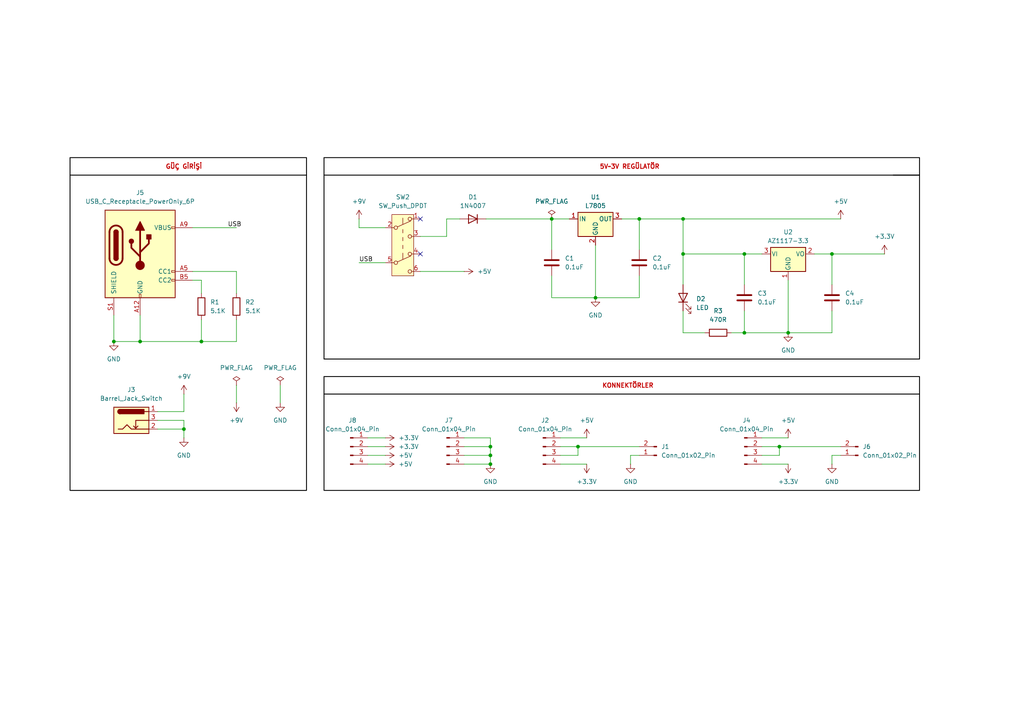
<source format=kicad_sch>
(kicad_sch
	(version 20250114)
	(generator "eeschema")
	(generator_version "9.0")
	(uuid "09be0043-d6e3-4aa6-a482-25a57ded4f4b")
	(paper "A4")
	(title_block
		(title "Breadboard Power Module")
		(date "2025-09-29")
		(rev "1")
		(company "Çizen: Ersin Özen")
	)
	(lib_symbols
		(symbol "Connector:Barrel_Jack_Switch"
			(pin_names
				(hide yes)
			)
			(exclude_from_sim no)
			(in_bom yes)
			(on_board yes)
			(property "Reference" "J"
				(at 0 5.334 0)
				(effects
					(font
						(size 1.27 1.27)
					)
				)
			)
			(property "Value" "Barrel_Jack_Switch"
				(at 0 -5.08 0)
				(effects
					(font
						(size 1.27 1.27)
					)
				)
			)
			(property "Footprint" ""
				(at 1.27 -1.016 0)
				(effects
					(font
						(size 1.27 1.27)
					)
					(hide yes)
				)
			)
			(property "Datasheet" "~"
				(at 1.27 -1.016 0)
				(effects
					(font
						(size 1.27 1.27)
					)
					(hide yes)
				)
			)
			(property "Description" "DC Barrel Jack with an internal switch"
				(at 0 0 0)
				(effects
					(font
						(size 1.27 1.27)
					)
					(hide yes)
				)
			)
			(property "ki_keywords" "DC power barrel jack connector"
				(at 0 0 0)
				(effects
					(font
						(size 1.27 1.27)
					)
					(hide yes)
				)
			)
			(property "ki_fp_filters" "BarrelJack*"
				(at 0 0 0)
				(effects
					(font
						(size 1.27 1.27)
					)
					(hide yes)
				)
			)
			(symbol "Barrel_Jack_Switch_0_1"
				(rectangle
					(start -5.08 3.81)
					(end 5.08 -3.81)
					(stroke
						(width 0.254)
						(type default)
					)
					(fill
						(type background)
					)
				)
				(polyline
					(pts
						(xy -3.81 -2.54) (xy -2.54 -2.54) (xy -1.27 -1.27) (xy 0 -2.54) (xy 2.54 -2.54) (xy 5.08 -2.54)
					)
					(stroke
						(width 0.254)
						(type default)
					)
					(fill
						(type none)
					)
				)
				(arc
					(start -3.302 1.905)
					(mid -3.9343 2.54)
					(end -3.302 3.175)
					(stroke
						(width 0.254)
						(type default)
					)
					(fill
						(type none)
					)
				)
				(arc
					(start -3.302 1.905)
					(mid -3.9343 2.54)
					(end -3.302 3.175)
					(stroke
						(width 0.254)
						(type default)
					)
					(fill
						(type outline)
					)
				)
				(polyline
					(pts
						(xy 1.27 -2.286) (xy 1.905 -1.651)
					)
					(stroke
						(width 0.254)
						(type default)
					)
					(fill
						(type none)
					)
				)
				(rectangle
					(start 3.683 3.175)
					(end -3.302 1.905)
					(stroke
						(width 0.254)
						(type default)
					)
					(fill
						(type outline)
					)
				)
				(polyline
					(pts
						(xy 5.08 2.54) (xy 3.81 2.54)
					)
					(stroke
						(width 0.254)
						(type default)
					)
					(fill
						(type none)
					)
				)
				(polyline
					(pts
						(xy 5.08 0) (xy 1.27 0) (xy 1.27 -2.286) (xy 0.635 -1.651)
					)
					(stroke
						(width 0.254)
						(type default)
					)
					(fill
						(type none)
					)
				)
			)
			(symbol "Barrel_Jack_Switch_1_1"
				(pin passive line
					(at 7.62 2.54 180)
					(length 2.54)
					(name "~"
						(effects
							(font
								(size 1.27 1.27)
							)
						)
					)
					(number "1"
						(effects
							(font
								(size 1.27 1.27)
							)
						)
					)
				)
				(pin passive line
					(at 7.62 0 180)
					(length 2.54)
					(name "~"
						(effects
							(font
								(size 1.27 1.27)
							)
						)
					)
					(number "3"
						(effects
							(font
								(size 1.27 1.27)
							)
						)
					)
				)
				(pin passive line
					(at 7.62 -2.54 180)
					(length 2.54)
					(name "~"
						(effects
							(font
								(size 1.27 1.27)
							)
						)
					)
					(number "2"
						(effects
							(font
								(size 1.27 1.27)
							)
						)
					)
				)
			)
			(embedded_fonts no)
		)
		(symbol "Connector:Conn_01x02_Pin"
			(pin_names
				(offset 1.016)
				(hide yes)
			)
			(exclude_from_sim no)
			(in_bom yes)
			(on_board yes)
			(property "Reference" "J"
				(at 0 2.54 0)
				(effects
					(font
						(size 1.27 1.27)
					)
				)
			)
			(property "Value" "Conn_01x02_Pin"
				(at 0 -5.08 0)
				(effects
					(font
						(size 1.27 1.27)
					)
				)
			)
			(property "Footprint" ""
				(at 0 0 0)
				(effects
					(font
						(size 1.27 1.27)
					)
					(hide yes)
				)
			)
			(property "Datasheet" "~"
				(at 0 0 0)
				(effects
					(font
						(size 1.27 1.27)
					)
					(hide yes)
				)
			)
			(property "Description" "Generic connector, single row, 01x02, script generated"
				(at 0 0 0)
				(effects
					(font
						(size 1.27 1.27)
					)
					(hide yes)
				)
			)
			(property "ki_locked" ""
				(at 0 0 0)
				(effects
					(font
						(size 1.27 1.27)
					)
				)
			)
			(property "ki_keywords" "connector"
				(at 0 0 0)
				(effects
					(font
						(size 1.27 1.27)
					)
					(hide yes)
				)
			)
			(property "ki_fp_filters" "Connector*:*_1x??_*"
				(at 0 0 0)
				(effects
					(font
						(size 1.27 1.27)
					)
					(hide yes)
				)
			)
			(symbol "Conn_01x02_Pin_1_1"
				(rectangle
					(start 0.8636 0.127)
					(end 0 -0.127)
					(stroke
						(width 0.1524)
						(type default)
					)
					(fill
						(type outline)
					)
				)
				(rectangle
					(start 0.8636 -2.413)
					(end 0 -2.667)
					(stroke
						(width 0.1524)
						(type default)
					)
					(fill
						(type outline)
					)
				)
				(polyline
					(pts
						(xy 1.27 0) (xy 0.8636 0)
					)
					(stroke
						(width 0.1524)
						(type default)
					)
					(fill
						(type none)
					)
				)
				(polyline
					(pts
						(xy 1.27 -2.54) (xy 0.8636 -2.54)
					)
					(stroke
						(width 0.1524)
						(type default)
					)
					(fill
						(type none)
					)
				)
				(pin passive line
					(at 5.08 0 180)
					(length 3.81)
					(name "Pin_1"
						(effects
							(font
								(size 1.27 1.27)
							)
						)
					)
					(number "1"
						(effects
							(font
								(size 1.27 1.27)
							)
						)
					)
				)
				(pin passive line
					(at 5.08 -2.54 180)
					(length 3.81)
					(name "Pin_2"
						(effects
							(font
								(size 1.27 1.27)
							)
						)
					)
					(number "2"
						(effects
							(font
								(size 1.27 1.27)
							)
						)
					)
				)
			)
			(embedded_fonts no)
		)
		(symbol "Connector:Conn_01x04_Pin"
			(pin_names
				(offset 1.016)
				(hide yes)
			)
			(exclude_from_sim no)
			(in_bom yes)
			(on_board yes)
			(property "Reference" "J"
				(at 0 5.08 0)
				(effects
					(font
						(size 1.27 1.27)
					)
				)
			)
			(property "Value" "Conn_01x04_Pin"
				(at 0 -7.62 0)
				(effects
					(font
						(size 1.27 1.27)
					)
				)
			)
			(property "Footprint" ""
				(at 0 0 0)
				(effects
					(font
						(size 1.27 1.27)
					)
					(hide yes)
				)
			)
			(property "Datasheet" "~"
				(at 0 0 0)
				(effects
					(font
						(size 1.27 1.27)
					)
					(hide yes)
				)
			)
			(property "Description" "Generic connector, single row, 01x04, script generated"
				(at 0 0 0)
				(effects
					(font
						(size 1.27 1.27)
					)
					(hide yes)
				)
			)
			(property "ki_locked" ""
				(at 0 0 0)
				(effects
					(font
						(size 1.27 1.27)
					)
				)
			)
			(property "ki_keywords" "connector"
				(at 0 0 0)
				(effects
					(font
						(size 1.27 1.27)
					)
					(hide yes)
				)
			)
			(property "ki_fp_filters" "Connector*:*_1x??_*"
				(at 0 0 0)
				(effects
					(font
						(size 1.27 1.27)
					)
					(hide yes)
				)
			)
			(symbol "Conn_01x04_Pin_1_1"
				(rectangle
					(start 0.8636 2.667)
					(end 0 2.413)
					(stroke
						(width 0.1524)
						(type default)
					)
					(fill
						(type outline)
					)
				)
				(rectangle
					(start 0.8636 0.127)
					(end 0 -0.127)
					(stroke
						(width 0.1524)
						(type default)
					)
					(fill
						(type outline)
					)
				)
				(rectangle
					(start 0.8636 -2.413)
					(end 0 -2.667)
					(stroke
						(width 0.1524)
						(type default)
					)
					(fill
						(type outline)
					)
				)
				(rectangle
					(start 0.8636 -4.953)
					(end 0 -5.207)
					(stroke
						(width 0.1524)
						(type default)
					)
					(fill
						(type outline)
					)
				)
				(polyline
					(pts
						(xy 1.27 2.54) (xy 0.8636 2.54)
					)
					(stroke
						(width 0.1524)
						(type default)
					)
					(fill
						(type none)
					)
				)
				(polyline
					(pts
						(xy 1.27 0) (xy 0.8636 0)
					)
					(stroke
						(width 0.1524)
						(type default)
					)
					(fill
						(type none)
					)
				)
				(polyline
					(pts
						(xy 1.27 -2.54) (xy 0.8636 -2.54)
					)
					(stroke
						(width 0.1524)
						(type default)
					)
					(fill
						(type none)
					)
				)
				(polyline
					(pts
						(xy 1.27 -5.08) (xy 0.8636 -5.08)
					)
					(stroke
						(width 0.1524)
						(type default)
					)
					(fill
						(type none)
					)
				)
				(pin passive line
					(at 5.08 2.54 180)
					(length 3.81)
					(name "Pin_1"
						(effects
							(font
								(size 1.27 1.27)
							)
						)
					)
					(number "1"
						(effects
							(font
								(size 1.27 1.27)
							)
						)
					)
				)
				(pin passive line
					(at 5.08 0 180)
					(length 3.81)
					(name "Pin_2"
						(effects
							(font
								(size 1.27 1.27)
							)
						)
					)
					(number "2"
						(effects
							(font
								(size 1.27 1.27)
							)
						)
					)
				)
				(pin passive line
					(at 5.08 -2.54 180)
					(length 3.81)
					(name "Pin_3"
						(effects
							(font
								(size 1.27 1.27)
							)
						)
					)
					(number "3"
						(effects
							(font
								(size 1.27 1.27)
							)
						)
					)
				)
				(pin passive line
					(at 5.08 -5.08 180)
					(length 3.81)
					(name "Pin_4"
						(effects
							(font
								(size 1.27 1.27)
							)
						)
					)
					(number "4"
						(effects
							(font
								(size 1.27 1.27)
							)
						)
					)
				)
			)
			(embedded_fonts no)
		)
		(symbol "Connector:USB_C_Receptacle_PowerOnly_6P"
			(pin_names
				(offset 1.016)
			)
			(exclude_from_sim no)
			(in_bom yes)
			(on_board yes)
			(property "Reference" "J"
				(at 0 16.51 0)
				(effects
					(font
						(size 1.27 1.27)
					)
					(justify bottom)
				)
			)
			(property "Value" "USB_C_Receptacle_PowerOnly_6P"
				(at 0 13.97 0)
				(effects
					(font
						(size 1.27 1.27)
					)
					(justify bottom)
				)
			)
			(property "Footprint" ""
				(at 3.81 2.54 0)
				(effects
					(font
						(size 1.27 1.27)
					)
					(hide yes)
				)
			)
			(property "Datasheet" "https://www.usb.org/sites/default/files/documents/usb_type-c.zip"
				(at 0 0 0)
				(effects
					(font
						(size 1.27 1.27)
					)
					(hide yes)
				)
			)
			(property "Description" "USB Power-Only 6P Type-C Receptacle connector"
				(at 0 0 0)
				(effects
					(font
						(size 1.27 1.27)
					)
					(hide yes)
				)
			)
			(property "ki_keywords" "usb universal serial bus type-C power-only charging-only 6P 6C"
				(at 0 0 0)
				(effects
					(font
						(size 1.27 1.27)
					)
					(hide yes)
				)
			)
			(property "ki_fp_filters" "USB*C*Receptacle*"
				(at 0 0 0)
				(effects
					(font
						(size 1.27 1.27)
					)
					(hide yes)
				)
			)
			(symbol "USB_C_Receptacle_PowerOnly_6P_0_0"
				(rectangle
					(start -0.254 -12.7)
					(end 0.254 -11.684)
					(stroke
						(width 0)
						(type default)
					)
					(fill
						(type none)
					)
				)
				(rectangle
					(start 10.16 7.874)
					(end 9.144 7.366)
					(stroke
						(width 0)
						(type default)
					)
					(fill
						(type none)
					)
				)
				(rectangle
					(start 10.16 -4.826)
					(end 9.144 -5.334)
					(stroke
						(width 0)
						(type default)
					)
					(fill
						(type none)
					)
				)
				(rectangle
					(start 10.16 -7.366)
					(end 9.144 -7.874)
					(stroke
						(width 0)
						(type default)
					)
					(fill
						(type none)
					)
				)
			)
			(symbol "USB_C_Receptacle_PowerOnly_6P_0_1"
				(rectangle
					(start -10.16 12.7)
					(end 10.16 -12.7)
					(stroke
						(width 0.254)
						(type default)
					)
					(fill
						(type background)
					)
				)
				(polyline
					(pts
						(xy -8.89 -1.27) (xy -8.89 6.35)
					)
					(stroke
						(width 0.508)
						(type default)
					)
					(fill
						(type none)
					)
				)
				(rectangle
					(start -7.62 -1.27)
					(end -6.35 6.35)
					(stroke
						(width 0.254)
						(type default)
					)
					(fill
						(type outline)
					)
				)
				(arc
					(start -7.62 6.35)
					(mid -6.985 6.9823)
					(end -6.35 6.35)
					(stroke
						(width 0.254)
						(type default)
					)
					(fill
						(type none)
					)
				)
				(arc
					(start -7.62 6.35)
					(mid -6.985 6.9823)
					(end -6.35 6.35)
					(stroke
						(width 0.254)
						(type default)
					)
					(fill
						(type outline)
					)
				)
				(arc
					(start -8.89 6.35)
					(mid -6.985 8.2467)
					(end -5.08 6.35)
					(stroke
						(width 0.508)
						(type default)
					)
					(fill
						(type none)
					)
				)
				(arc
					(start -5.08 -1.27)
					(mid -6.985 -3.1667)
					(end -8.89 -1.27)
					(stroke
						(width 0.508)
						(type default)
					)
					(fill
						(type none)
					)
				)
				(arc
					(start -6.35 -1.27)
					(mid -6.985 -1.9023)
					(end -7.62 -1.27)
					(stroke
						(width 0.254)
						(type default)
					)
					(fill
						(type none)
					)
				)
				(arc
					(start -6.35 -1.27)
					(mid -6.985 -1.9023)
					(end -7.62 -1.27)
					(stroke
						(width 0.254)
						(type default)
					)
					(fill
						(type outline)
					)
				)
				(polyline
					(pts
						(xy -5.08 6.35) (xy -5.08 -1.27)
					)
					(stroke
						(width 0.508)
						(type default)
					)
					(fill
						(type none)
					)
				)
				(circle
					(center -2.54 3.683)
					(radius 0.635)
					(stroke
						(width 0.254)
						(type default)
					)
					(fill
						(type outline)
					)
				)
				(polyline
					(pts
						(xy -1.27 6.858) (xy 0 9.398) (xy 1.27 6.858) (xy -1.27 6.858)
					)
					(stroke
						(width 0.254)
						(type default)
					)
					(fill
						(type outline)
					)
				)
				(polyline
					(pts
						(xy 0 0.508) (xy 2.54 3.048) (xy 2.54 4.318)
					)
					(stroke
						(width 0.508)
						(type default)
					)
					(fill
						(type none)
					)
				)
				(polyline
					(pts
						(xy 0 -0.762) (xy -2.54 1.778) (xy -2.54 3.048)
					)
					(stroke
						(width 0.508)
						(type default)
					)
					(fill
						(type none)
					)
				)
				(polyline
					(pts
						(xy 0 -3.302) (xy 0 6.858)
					)
					(stroke
						(width 0.508)
						(type default)
					)
					(fill
						(type none)
					)
				)
				(circle
					(center 0 -3.302)
					(radius 1.27)
					(stroke
						(width 0)
						(type default)
					)
					(fill
						(type outline)
					)
				)
				(rectangle
					(start 1.905 4.318)
					(end 3.175 5.588)
					(stroke
						(width 0.254)
						(type default)
					)
					(fill
						(type outline)
					)
				)
			)
			(symbol "USB_C_Receptacle_PowerOnly_6P_1_1"
				(pin passive line
					(at -7.62 -17.78 90)
					(length 5.08)
					(name "SHIELD"
						(effects
							(font
								(size 1.27 1.27)
							)
						)
					)
					(number "S1"
						(effects
							(font
								(size 1.27 1.27)
							)
						)
					)
				)
				(pin passive line
					(at 0 -17.78 90)
					(length 5.08)
					(name "GND"
						(effects
							(font
								(size 1.27 1.27)
							)
						)
					)
					(number "A12"
						(effects
							(font
								(size 1.27 1.27)
							)
						)
					)
				)
				(pin passive line
					(at 0 -17.78 90)
					(length 5.08)
					(hide yes)
					(name "GND"
						(effects
							(font
								(size 1.27 1.27)
							)
						)
					)
					(number "B12"
						(effects
							(font
								(size 1.27 1.27)
							)
						)
					)
				)
				(pin passive line
					(at 15.24 7.62 180)
					(length 5.08)
					(name "VBUS"
						(effects
							(font
								(size 1.27 1.27)
							)
						)
					)
					(number "A9"
						(effects
							(font
								(size 1.27 1.27)
							)
						)
					)
				)
				(pin passive line
					(at 15.24 7.62 180)
					(length 5.08)
					(hide yes)
					(name "VBUS"
						(effects
							(font
								(size 1.27 1.27)
							)
						)
					)
					(number "B9"
						(effects
							(font
								(size 1.27 1.27)
							)
						)
					)
				)
				(pin bidirectional line
					(at 15.24 -5.08 180)
					(length 5.08)
					(name "CC1"
						(effects
							(font
								(size 1.27 1.27)
							)
						)
					)
					(number "A5"
						(effects
							(font
								(size 1.27 1.27)
							)
						)
					)
				)
				(pin bidirectional line
					(at 15.24 -7.62 180)
					(length 5.08)
					(name "CC2"
						(effects
							(font
								(size 1.27 1.27)
							)
						)
					)
					(number "B5"
						(effects
							(font
								(size 1.27 1.27)
							)
						)
					)
				)
			)
			(embedded_fonts no)
		)
		(symbol "Device:C"
			(pin_numbers
				(hide yes)
			)
			(pin_names
				(offset 0.254)
			)
			(exclude_from_sim no)
			(in_bom yes)
			(on_board yes)
			(property "Reference" "C"
				(at 0.635 2.54 0)
				(effects
					(font
						(size 1.27 1.27)
					)
					(justify left)
				)
			)
			(property "Value" "C"
				(at 0.635 -2.54 0)
				(effects
					(font
						(size 1.27 1.27)
					)
					(justify left)
				)
			)
			(property "Footprint" ""
				(at 0.9652 -3.81 0)
				(effects
					(font
						(size 1.27 1.27)
					)
					(hide yes)
				)
			)
			(property "Datasheet" "~"
				(at 0 0 0)
				(effects
					(font
						(size 1.27 1.27)
					)
					(hide yes)
				)
			)
			(property "Description" "Unpolarized capacitor"
				(at 0 0 0)
				(effects
					(font
						(size 1.27 1.27)
					)
					(hide yes)
				)
			)
			(property "ki_keywords" "cap capacitor"
				(at 0 0 0)
				(effects
					(font
						(size 1.27 1.27)
					)
					(hide yes)
				)
			)
			(property "ki_fp_filters" "C_*"
				(at 0 0 0)
				(effects
					(font
						(size 1.27 1.27)
					)
					(hide yes)
				)
			)
			(symbol "C_0_1"
				(polyline
					(pts
						(xy -2.032 0.762) (xy 2.032 0.762)
					)
					(stroke
						(width 0.508)
						(type default)
					)
					(fill
						(type none)
					)
				)
				(polyline
					(pts
						(xy -2.032 -0.762) (xy 2.032 -0.762)
					)
					(stroke
						(width 0.508)
						(type default)
					)
					(fill
						(type none)
					)
				)
			)
			(symbol "C_1_1"
				(pin passive line
					(at 0 3.81 270)
					(length 2.794)
					(name "~"
						(effects
							(font
								(size 1.27 1.27)
							)
						)
					)
					(number "1"
						(effects
							(font
								(size 1.27 1.27)
							)
						)
					)
				)
				(pin passive line
					(at 0 -3.81 90)
					(length 2.794)
					(name "~"
						(effects
							(font
								(size 1.27 1.27)
							)
						)
					)
					(number "2"
						(effects
							(font
								(size 1.27 1.27)
							)
						)
					)
				)
			)
			(embedded_fonts no)
		)
		(symbol "Device:LED"
			(pin_numbers
				(hide yes)
			)
			(pin_names
				(offset 1.016)
				(hide yes)
			)
			(exclude_from_sim no)
			(in_bom yes)
			(on_board yes)
			(property "Reference" "D"
				(at 0 2.54 0)
				(effects
					(font
						(size 1.27 1.27)
					)
				)
			)
			(property "Value" "LED"
				(at 0 -2.54 0)
				(effects
					(font
						(size 1.27 1.27)
					)
				)
			)
			(property "Footprint" ""
				(at 0 0 0)
				(effects
					(font
						(size 1.27 1.27)
					)
					(hide yes)
				)
			)
			(property "Datasheet" "~"
				(at 0 0 0)
				(effects
					(font
						(size 1.27 1.27)
					)
					(hide yes)
				)
			)
			(property "Description" "Light emitting diode"
				(at 0 0 0)
				(effects
					(font
						(size 1.27 1.27)
					)
					(hide yes)
				)
			)
			(property "Sim.Pins" "1=K 2=A"
				(at 0 0 0)
				(effects
					(font
						(size 1.27 1.27)
					)
					(hide yes)
				)
			)
			(property "ki_keywords" "LED diode"
				(at 0 0 0)
				(effects
					(font
						(size 1.27 1.27)
					)
					(hide yes)
				)
			)
			(property "ki_fp_filters" "LED* LED_SMD:* LED_THT:*"
				(at 0 0 0)
				(effects
					(font
						(size 1.27 1.27)
					)
					(hide yes)
				)
			)
			(symbol "LED_0_1"
				(polyline
					(pts
						(xy -3.048 -0.762) (xy -4.572 -2.286) (xy -3.81 -2.286) (xy -4.572 -2.286) (xy -4.572 -1.524)
					)
					(stroke
						(width 0)
						(type default)
					)
					(fill
						(type none)
					)
				)
				(polyline
					(pts
						(xy -1.778 -0.762) (xy -3.302 -2.286) (xy -2.54 -2.286) (xy -3.302 -2.286) (xy -3.302 -1.524)
					)
					(stroke
						(width 0)
						(type default)
					)
					(fill
						(type none)
					)
				)
				(polyline
					(pts
						(xy -1.27 0) (xy 1.27 0)
					)
					(stroke
						(width 0)
						(type default)
					)
					(fill
						(type none)
					)
				)
				(polyline
					(pts
						(xy -1.27 -1.27) (xy -1.27 1.27)
					)
					(stroke
						(width 0.254)
						(type default)
					)
					(fill
						(type none)
					)
				)
				(polyline
					(pts
						(xy 1.27 -1.27) (xy 1.27 1.27) (xy -1.27 0) (xy 1.27 -1.27)
					)
					(stroke
						(width 0.254)
						(type default)
					)
					(fill
						(type none)
					)
				)
			)
			(symbol "LED_1_1"
				(pin passive line
					(at -3.81 0 0)
					(length 2.54)
					(name "K"
						(effects
							(font
								(size 1.27 1.27)
							)
						)
					)
					(number "1"
						(effects
							(font
								(size 1.27 1.27)
							)
						)
					)
				)
				(pin passive line
					(at 3.81 0 180)
					(length 2.54)
					(name "A"
						(effects
							(font
								(size 1.27 1.27)
							)
						)
					)
					(number "2"
						(effects
							(font
								(size 1.27 1.27)
							)
						)
					)
				)
			)
			(embedded_fonts no)
		)
		(symbol "Device:R"
			(pin_numbers
				(hide yes)
			)
			(pin_names
				(offset 0)
			)
			(exclude_from_sim no)
			(in_bom yes)
			(on_board yes)
			(property "Reference" "R"
				(at 2.032 0 90)
				(effects
					(font
						(size 1.27 1.27)
					)
				)
			)
			(property "Value" "R"
				(at 0 0 90)
				(effects
					(font
						(size 1.27 1.27)
					)
				)
			)
			(property "Footprint" ""
				(at -1.778 0 90)
				(effects
					(font
						(size 1.27 1.27)
					)
					(hide yes)
				)
			)
			(property "Datasheet" "~"
				(at 0 0 0)
				(effects
					(font
						(size 1.27 1.27)
					)
					(hide yes)
				)
			)
			(property "Description" "Resistor"
				(at 0 0 0)
				(effects
					(font
						(size 1.27 1.27)
					)
					(hide yes)
				)
			)
			(property "ki_keywords" "R res resistor"
				(at 0 0 0)
				(effects
					(font
						(size 1.27 1.27)
					)
					(hide yes)
				)
			)
			(property "ki_fp_filters" "R_*"
				(at 0 0 0)
				(effects
					(font
						(size 1.27 1.27)
					)
					(hide yes)
				)
			)
			(symbol "R_0_1"
				(rectangle
					(start -1.016 -2.54)
					(end 1.016 2.54)
					(stroke
						(width 0.254)
						(type default)
					)
					(fill
						(type none)
					)
				)
			)
			(symbol "R_1_1"
				(pin passive line
					(at 0 3.81 270)
					(length 1.27)
					(name "~"
						(effects
							(font
								(size 1.27 1.27)
							)
						)
					)
					(number "1"
						(effects
							(font
								(size 1.27 1.27)
							)
						)
					)
				)
				(pin passive line
					(at 0 -3.81 90)
					(length 1.27)
					(name "~"
						(effects
							(font
								(size 1.27 1.27)
							)
						)
					)
					(number "2"
						(effects
							(font
								(size 1.27 1.27)
							)
						)
					)
				)
			)
			(embedded_fonts no)
		)
		(symbol "Diode:1N4007"
			(pin_numbers
				(hide yes)
			)
			(pin_names
				(hide yes)
			)
			(exclude_from_sim no)
			(in_bom yes)
			(on_board yes)
			(property "Reference" "D"
				(at 0 2.54 0)
				(effects
					(font
						(size 1.27 1.27)
					)
				)
			)
			(property "Value" "1N4007"
				(at 0 -2.54 0)
				(effects
					(font
						(size 1.27 1.27)
					)
				)
			)
			(property "Footprint" "Diode_THT:D_DO-41_SOD81_P10.16mm_Horizontal"
				(at 0 -4.445 0)
				(effects
					(font
						(size 1.27 1.27)
					)
					(hide yes)
				)
			)
			(property "Datasheet" "http://www.vishay.com/docs/88503/1n4001.pdf"
				(at 0 0 0)
				(effects
					(font
						(size 1.27 1.27)
					)
					(hide yes)
				)
			)
			(property "Description" "1000V 1A General Purpose Rectifier Diode, DO-41"
				(at 0 0 0)
				(effects
					(font
						(size 1.27 1.27)
					)
					(hide yes)
				)
			)
			(property "Sim.Device" "D"
				(at 0 0 0)
				(effects
					(font
						(size 1.27 1.27)
					)
					(hide yes)
				)
			)
			(property "Sim.Pins" "1=K 2=A"
				(at 0 0 0)
				(effects
					(font
						(size 1.27 1.27)
					)
					(hide yes)
				)
			)
			(property "ki_keywords" "diode"
				(at 0 0 0)
				(effects
					(font
						(size 1.27 1.27)
					)
					(hide yes)
				)
			)
			(property "ki_fp_filters" "D*DO?41*"
				(at 0 0 0)
				(effects
					(font
						(size 1.27 1.27)
					)
					(hide yes)
				)
			)
			(symbol "1N4007_0_1"
				(polyline
					(pts
						(xy -1.27 1.27) (xy -1.27 -1.27)
					)
					(stroke
						(width 0.254)
						(type default)
					)
					(fill
						(type none)
					)
				)
				(polyline
					(pts
						(xy 1.27 1.27) (xy 1.27 -1.27) (xy -1.27 0) (xy 1.27 1.27)
					)
					(stroke
						(width 0.254)
						(type default)
					)
					(fill
						(type none)
					)
				)
				(polyline
					(pts
						(xy 1.27 0) (xy -1.27 0)
					)
					(stroke
						(width 0)
						(type default)
					)
					(fill
						(type none)
					)
				)
			)
			(symbol "1N4007_1_1"
				(pin passive line
					(at -3.81 0 0)
					(length 2.54)
					(name "K"
						(effects
							(font
								(size 1.27 1.27)
							)
						)
					)
					(number "1"
						(effects
							(font
								(size 1.27 1.27)
							)
						)
					)
				)
				(pin passive line
					(at 3.81 0 180)
					(length 2.54)
					(name "A"
						(effects
							(font
								(size 1.27 1.27)
							)
						)
					)
					(number "2"
						(effects
							(font
								(size 1.27 1.27)
							)
						)
					)
				)
			)
			(embedded_fonts no)
		)
		(symbol "Regulator_Linear:AZ1117-3.3"
			(pin_names
				(offset 0.254)
			)
			(exclude_from_sim no)
			(in_bom yes)
			(on_board yes)
			(property "Reference" "U"
				(at -3.81 3.175 0)
				(effects
					(font
						(size 1.27 1.27)
					)
				)
			)
			(property "Value" "AZ1117-3.3"
				(at 0 3.175 0)
				(effects
					(font
						(size 1.27 1.27)
					)
					(justify left)
				)
			)
			(property "Footprint" ""
				(at 0 6.35 0)
				(effects
					(font
						(size 1.27 1.27)
						(italic yes)
					)
					(hide yes)
				)
			)
			(property "Datasheet" "https://www.diodes.com/assets/Datasheets/AZ1117.pdf"
				(at 0 0 0)
				(effects
					(font
						(size 1.27 1.27)
					)
					(hide yes)
				)
			)
			(property "Description" "1A 20V Fixed LDO Linear Regulator, 3.3V, SOT-89/SOT-223/TO-220/TO-252/TO-263"
				(at 0 0 0)
				(effects
					(font
						(size 1.27 1.27)
					)
					(hide yes)
				)
			)
			(property "ki_keywords" "Fixed Voltage Regulator 1A Positive LDO"
				(at 0 0 0)
				(effects
					(font
						(size 1.27 1.27)
					)
					(hide yes)
				)
			)
			(property "ki_fp_filters" "SOT?223* SOT?89* TO?220* TO?252* TO?263*"
				(at 0 0 0)
				(effects
					(font
						(size 1.27 1.27)
					)
					(hide yes)
				)
			)
			(symbol "AZ1117-3.3_0_1"
				(rectangle
					(start -5.08 1.905)
					(end 5.08 -5.08)
					(stroke
						(width 0.254)
						(type default)
					)
					(fill
						(type background)
					)
				)
			)
			(symbol "AZ1117-3.3_1_1"
				(pin power_in line
					(at -7.62 0 0)
					(length 2.54)
					(name "VI"
						(effects
							(font
								(size 1.27 1.27)
							)
						)
					)
					(number "3"
						(effects
							(font
								(size 1.27 1.27)
							)
						)
					)
				)
				(pin power_in line
					(at 0 -7.62 90)
					(length 2.54)
					(name "GND"
						(effects
							(font
								(size 1.27 1.27)
							)
						)
					)
					(number "1"
						(effects
							(font
								(size 1.27 1.27)
							)
						)
					)
				)
				(pin power_out line
					(at 7.62 0 180)
					(length 2.54)
					(name "VO"
						(effects
							(font
								(size 1.27 1.27)
							)
						)
					)
					(number "2"
						(effects
							(font
								(size 1.27 1.27)
							)
						)
					)
				)
			)
			(embedded_fonts no)
		)
		(symbol "Regulator_Linear:L7805"
			(pin_names
				(offset 0.254)
			)
			(exclude_from_sim no)
			(in_bom yes)
			(on_board yes)
			(property "Reference" "U"
				(at -3.81 3.175 0)
				(effects
					(font
						(size 1.27 1.27)
					)
				)
			)
			(property "Value" "L7805"
				(at 0 3.175 0)
				(effects
					(font
						(size 1.27 1.27)
					)
					(justify left)
				)
			)
			(property "Footprint" ""
				(at 0.635 -3.81 0)
				(effects
					(font
						(size 1.27 1.27)
						(italic yes)
					)
					(justify left)
					(hide yes)
				)
			)
			(property "Datasheet" "http://www.st.com/content/ccc/resource/technical/document/datasheet/41/4f/b3/b0/12/d4/47/88/CD00000444.pdf/files/CD00000444.pdf/jcr:content/translations/en.CD00000444.pdf"
				(at 0 -1.27 0)
				(effects
					(font
						(size 1.27 1.27)
					)
					(hide yes)
				)
			)
			(property "Description" "Positive 1.5A 35V Linear Regulator, Fixed Output 5V, TO-220/TO-263/TO-252"
				(at 0 0 0)
				(effects
					(font
						(size 1.27 1.27)
					)
					(hide yes)
				)
			)
			(property "ki_keywords" "Voltage Regulator 1.5A Positive"
				(at 0 0 0)
				(effects
					(font
						(size 1.27 1.27)
					)
					(hide yes)
				)
			)
			(property "ki_fp_filters" "TO?252* TO?263* TO?220*"
				(at 0 0 0)
				(effects
					(font
						(size 1.27 1.27)
					)
					(hide yes)
				)
			)
			(symbol "L7805_0_1"
				(rectangle
					(start -5.08 1.905)
					(end 5.08 -5.08)
					(stroke
						(width 0.254)
						(type default)
					)
					(fill
						(type background)
					)
				)
			)
			(symbol "L7805_1_1"
				(pin power_in line
					(at -7.62 0 0)
					(length 2.54)
					(name "IN"
						(effects
							(font
								(size 1.27 1.27)
							)
						)
					)
					(number "1"
						(effects
							(font
								(size 1.27 1.27)
							)
						)
					)
				)
				(pin power_in line
					(at 0 -7.62 90)
					(length 2.54)
					(name "GND"
						(effects
							(font
								(size 1.27 1.27)
							)
						)
					)
					(number "2"
						(effects
							(font
								(size 1.27 1.27)
							)
						)
					)
				)
				(pin power_out line
					(at 7.62 0 180)
					(length 2.54)
					(name "OUT"
						(effects
							(font
								(size 1.27 1.27)
							)
						)
					)
					(number "3"
						(effects
							(font
								(size 1.27 1.27)
							)
						)
					)
				)
			)
			(embedded_fonts no)
		)
		(symbol "Switch:SW_Push_DPDT"
			(pin_names
				(offset 0)
				(hide yes)
			)
			(exclude_from_sim no)
			(in_bom yes)
			(on_board yes)
			(property "Reference" "SW"
				(at 0 10.16 0)
				(effects
					(font
						(size 1.27 1.27)
					)
				)
			)
			(property "Value" "SW_Push_DPDT"
				(at 0 -10.16 0)
				(effects
					(font
						(size 1.27 1.27)
					)
				)
			)
			(property "Footprint" ""
				(at 0 5.08 0)
				(effects
					(font
						(size 1.27 1.27)
					)
					(hide yes)
				)
			)
			(property "Datasheet" "~"
				(at 0 5.08 0)
				(effects
					(font
						(size 1.27 1.27)
					)
					(hide yes)
				)
			)
			(property "Description" "Momentary Switch, dual pole double throw"
				(at 0 0 0)
				(effects
					(font
						(size 1.27 1.27)
					)
					(hide yes)
				)
			)
			(property "ki_keywords" "switch dual-pole double-throw spdt ON-ON"
				(at 0 0 0)
				(effects
					(font
						(size 1.27 1.27)
					)
					(hide yes)
				)
			)
			(symbol "SW_Push_DPDT_0_0"
				(circle
					(center -2.032 5.08)
					(radius 0.508)
					(stroke
						(width 0)
						(type default)
					)
					(fill
						(type none)
					)
				)
				(circle
					(center -2.032 -5.08)
					(radius 0.508)
					(stroke
						(width 0)
						(type default)
					)
					(fill
						(type none)
					)
				)
				(circle
					(center 2.032 2.54)
					(radius 0.508)
					(stroke
						(width 0)
						(type default)
					)
					(fill
						(type none)
					)
				)
				(circle
					(center 2.032 -7.62)
					(radius 0.508)
					(stroke
						(width 0)
						(type default)
					)
					(fill
						(type none)
					)
				)
			)
			(symbol "SW_Push_DPDT_0_1"
				(polyline
					(pts
						(xy -1.524 5.334) (xy 2.3368 7.0612)
					)
					(stroke
						(width 0)
						(type default)
					)
					(fill
						(type none)
					)
				)
				(polyline
					(pts
						(xy -1.524 -4.826) (xy 2.3368 -3.0988)
					)
					(stroke
						(width 0)
						(type default)
					)
					(fill
						(type none)
					)
				)
				(polyline
					(pts
						(xy 0 7.874) (xy 0 6.096)
					)
					(stroke
						(width 0)
						(type default)
					)
					(fill
						(type none)
					)
				)
				(polyline
					(pts
						(xy 0 3.556) (xy 0 4.572)
					)
					(stroke
						(width 0)
						(type default)
					)
					(fill
						(type none)
					)
				)
				(polyline
					(pts
						(xy 0 1.27) (xy 0 2.286)
					)
					(stroke
						(width 0)
						(type default)
					)
					(fill
						(type none)
					)
				)
				(polyline
					(pts
						(xy 0 -1.016) (xy 0 0)
					)
					(stroke
						(width 0)
						(type default)
					)
					(fill
						(type none)
					)
				)
				(polyline
					(pts
						(xy 0 -2.286) (xy 0 -4.064)
					)
					(stroke
						(width 0)
						(type default)
					)
					(fill
						(type none)
					)
				)
				(circle
					(center 2.032 7.62)
					(radius 0.508)
					(stroke
						(width 0)
						(type default)
					)
					(fill
						(type none)
					)
				)
				(circle
					(center 2.032 -2.54)
					(radius 0.508)
					(stroke
						(width 0)
						(type default)
					)
					(fill
						(type none)
					)
				)
			)
			(symbol "SW_Push_DPDT_1_1"
				(rectangle
					(start -3.175 8.89)
					(end 3.175 -8.89)
					(stroke
						(width 0)
						(type default)
					)
					(fill
						(type background)
					)
				)
				(pin passive line
					(at -5.08 5.08 0)
					(length 2.54)
					(name "B"
						(effects
							(font
								(size 1.27 1.27)
							)
						)
					)
					(number "2"
						(effects
							(font
								(size 1.27 1.27)
							)
						)
					)
				)
				(pin passive line
					(at -5.08 -5.08 0)
					(length 2.54)
					(name "B"
						(effects
							(font
								(size 1.27 1.27)
							)
						)
					)
					(number "5"
						(effects
							(font
								(size 1.27 1.27)
							)
						)
					)
				)
				(pin passive line
					(at 5.08 7.62 180)
					(length 2.54)
					(name "A"
						(effects
							(font
								(size 1.27 1.27)
							)
						)
					)
					(number "1"
						(effects
							(font
								(size 1.27 1.27)
							)
						)
					)
				)
				(pin passive line
					(at 5.08 2.54 180)
					(length 2.54)
					(name "C"
						(effects
							(font
								(size 1.27 1.27)
							)
						)
					)
					(number "3"
						(effects
							(font
								(size 1.27 1.27)
							)
						)
					)
				)
				(pin passive line
					(at 5.08 -2.54 180)
					(length 2.54)
					(name "A"
						(effects
							(font
								(size 1.27 1.27)
							)
						)
					)
					(number "4"
						(effects
							(font
								(size 1.27 1.27)
							)
						)
					)
				)
				(pin passive line
					(at 5.08 -7.62 180)
					(length 2.54)
					(name "C"
						(effects
							(font
								(size 1.27 1.27)
							)
						)
					)
					(number "6"
						(effects
							(font
								(size 1.27 1.27)
							)
						)
					)
				)
			)
			(embedded_fonts no)
		)
		(symbol "power:+3.3V"
			(power)
			(pin_numbers
				(hide yes)
			)
			(pin_names
				(offset 0)
				(hide yes)
			)
			(exclude_from_sim no)
			(in_bom yes)
			(on_board yes)
			(property "Reference" "#PWR"
				(at 0 -3.81 0)
				(effects
					(font
						(size 1.27 1.27)
					)
					(hide yes)
				)
			)
			(property "Value" "+3.3V"
				(at 0 3.556 0)
				(effects
					(font
						(size 1.27 1.27)
					)
				)
			)
			(property "Footprint" ""
				(at 0 0 0)
				(effects
					(font
						(size 1.27 1.27)
					)
					(hide yes)
				)
			)
			(property "Datasheet" ""
				(at 0 0 0)
				(effects
					(font
						(size 1.27 1.27)
					)
					(hide yes)
				)
			)
			(property "Description" "Power symbol creates a global label with name \"+3.3V\""
				(at 0 0 0)
				(effects
					(font
						(size 1.27 1.27)
					)
					(hide yes)
				)
			)
			(property "ki_keywords" "global power"
				(at 0 0 0)
				(effects
					(font
						(size 1.27 1.27)
					)
					(hide yes)
				)
			)
			(symbol "+3.3V_0_1"
				(polyline
					(pts
						(xy -0.762 1.27) (xy 0 2.54)
					)
					(stroke
						(width 0)
						(type default)
					)
					(fill
						(type none)
					)
				)
				(polyline
					(pts
						(xy 0 2.54) (xy 0.762 1.27)
					)
					(stroke
						(width 0)
						(type default)
					)
					(fill
						(type none)
					)
				)
				(polyline
					(pts
						(xy 0 0) (xy 0 2.54)
					)
					(stroke
						(width 0)
						(type default)
					)
					(fill
						(type none)
					)
				)
			)
			(symbol "+3.3V_1_1"
				(pin power_in line
					(at 0 0 90)
					(length 0)
					(name "~"
						(effects
							(font
								(size 1.27 1.27)
							)
						)
					)
					(number "1"
						(effects
							(font
								(size 1.27 1.27)
							)
						)
					)
				)
			)
			(embedded_fonts no)
		)
		(symbol "power:+5V"
			(power)
			(pin_numbers
				(hide yes)
			)
			(pin_names
				(offset 0)
				(hide yes)
			)
			(exclude_from_sim no)
			(in_bom yes)
			(on_board yes)
			(property "Reference" "#PWR"
				(at 0 -3.81 0)
				(effects
					(font
						(size 1.27 1.27)
					)
					(hide yes)
				)
			)
			(property "Value" "+5V"
				(at 0 3.556 0)
				(effects
					(font
						(size 1.27 1.27)
					)
				)
			)
			(property "Footprint" ""
				(at 0 0 0)
				(effects
					(font
						(size 1.27 1.27)
					)
					(hide yes)
				)
			)
			(property "Datasheet" ""
				(at 0 0 0)
				(effects
					(font
						(size 1.27 1.27)
					)
					(hide yes)
				)
			)
			(property "Description" "Power symbol creates a global label with name \"+5V\""
				(at 0 0 0)
				(effects
					(font
						(size 1.27 1.27)
					)
					(hide yes)
				)
			)
			(property "ki_keywords" "global power"
				(at 0 0 0)
				(effects
					(font
						(size 1.27 1.27)
					)
					(hide yes)
				)
			)
			(symbol "+5V_0_1"
				(polyline
					(pts
						(xy -0.762 1.27) (xy 0 2.54)
					)
					(stroke
						(width 0)
						(type default)
					)
					(fill
						(type none)
					)
				)
				(polyline
					(pts
						(xy 0 2.54) (xy 0.762 1.27)
					)
					(stroke
						(width 0)
						(type default)
					)
					(fill
						(type none)
					)
				)
				(polyline
					(pts
						(xy 0 0) (xy 0 2.54)
					)
					(stroke
						(width 0)
						(type default)
					)
					(fill
						(type none)
					)
				)
			)
			(symbol "+5V_1_1"
				(pin power_in line
					(at 0 0 90)
					(length 0)
					(name "~"
						(effects
							(font
								(size 1.27 1.27)
							)
						)
					)
					(number "1"
						(effects
							(font
								(size 1.27 1.27)
							)
						)
					)
				)
			)
			(embedded_fonts no)
		)
		(symbol "power:+9V"
			(power)
			(pin_numbers
				(hide yes)
			)
			(pin_names
				(offset 0)
				(hide yes)
			)
			(exclude_from_sim no)
			(in_bom yes)
			(on_board yes)
			(property "Reference" "#PWR"
				(at 0 -3.81 0)
				(effects
					(font
						(size 1.27 1.27)
					)
					(hide yes)
				)
			)
			(property "Value" "+9V"
				(at 0 3.556 0)
				(effects
					(font
						(size 1.27 1.27)
					)
				)
			)
			(property "Footprint" ""
				(at 0 0 0)
				(effects
					(font
						(size 1.27 1.27)
					)
					(hide yes)
				)
			)
			(property "Datasheet" ""
				(at 0 0 0)
				(effects
					(font
						(size 1.27 1.27)
					)
					(hide yes)
				)
			)
			(property "Description" "Power symbol creates a global label with name \"+9V\""
				(at 0 0 0)
				(effects
					(font
						(size 1.27 1.27)
					)
					(hide yes)
				)
			)
			(property "ki_keywords" "global power"
				(at 0 0 0)
				(effects
					(font
						(size 1.27 1.27)
					)
					(hide yes)
				)
			)
			(symbol "+9V_0_1"
				(polyline
					(pts
						(xy -0.762 1.27) (xy 0 2.54)
					)
					(stroke
						(width 0)
						(type default)
					)
					(fill
						(type none)
					)
				)
				(polyline
					(pts
						(xy 0 2.54) (xy 0.762 1.27)
					)
					(stroke
						(width 0)
						(type default)
					)
					(fill
						(type none)
					)
				)
				(polyline
					(pts
						(xy 0 0) (xy 0 2.54)
					)
					(stroke
						(width 0)
						(type default)
					)
					(fill
						(type none)
					)
				)
			)
			(symbol "+9V_1_1"
				(pin power_in line
					(at 0 0 90)
					(length 0)
					(name "~"
						(effects
							(font
								(size 1.27 1.27)
							)
						)
					)
					(number "1"
						(effects
							(font
								(size 1.27 1.27)
							)
						)
					)
				)
			)
			(embedded_fonts no)
		)
		(symbol "power:GND"
			(power)
			(pin_numbers
				(hide yes)
			)
			(pin_names
				(offset 0)
				(hide yes)
			)
			(exclude_from_sim no)
			(in_bom yes)
			(on_board yes)
			(property "Reference" "#PWR"
				(at 0 -6.35 0)
				(effects
					(font
						(size 1.27 1.27)
					)
					(hide yes)
				)
			)
			(property "Value" "GND"
				(at 0 -3.81 0)
				(effects
					(font
						(size 1.27 1.27)
					)
				)
			)
			(property "Footprint" ""
				(at 0 0 0)
				(effects
					(font
						(size 1.27 1.27)
					)
					(hide yes)
				)
			)
			(property "Datasheet" ""
				(at 0 0 0)
				(effects
					(font
						(size 1.27 1.27)
					)
					(hide yes)
				)
			)
			(property "Description" "Power symbol creates a global label with name \"GND\" , ground"
				(at 0 0 0)
				(effects
					(font
						(size 1.27 1.27)
					)
					(hide yes)
				)
			)
			(property "ki_keywords" "global power"
				(at 0 0 0)
				(effects
					(font
						(size 1.27 1.27)
					)
					(hide yes)
				)
			)
			(symbol "GND_0_1"
				(polyline
					(pts
						(xy 0 0) (xy 0 -1.27) (xy 1.27 -1.27) (xy 0 -2.54) (xy -1.27 -1.27) (xy 0 -1.27)
					)
					(stroke
						(width 0)
						(type default)
					)
					(fill
						(type none)
					)
				)
			)
			(symbol "GND_1_1"
				(pin power_in line
					(at 0 0 270)
					(length 0)
					(name "~"
						(effects
							(font
								(size 1.27 1.27)
							)
						)
					)
					(number "1"
						(effects
							(font
								(size 1.27 1.27)
							)
						)
					)
				)
			)
			(embedded_fonts no)
		)
		(symbol "power:PWR_FLAG"
			(power)
			(pin_numbers
				(hide yes)
			)
			(pin_names
				(offset 0)
				(hide yes)
			)
			(exclude_from_sim no)
			(in_bom yes)
			(on_board yes)
			(property "Reference" "#FLG"
				(at 0 1.905 0)
				(effects
					(font
						(size 1.27 1.27)
					)
					(hide yes)
				)
			)
			(property "Value" "PWR_FLAG"
				(at 0 3.81 0)
				(effects
					(font
						(size 1.27 1.27)
					)
				)
			)
			(property "Footprint" ""
				(at 0 0 0)
				(effects
					(font
						(size 1.27 1.27)
					)
					(hide yes)
				)
			)
			(property "Datasheet" "~"
				(at 0 0 0)
				(effects
					(font
						(size 1.27 1.27)
					)
					(hide yes)
				)
			)
			(property "Description" "Special symbol for telling ERC where power comes from"
				(at 0 0 0)
				(effects
					(font
						(size 1.27 1.27)
					)
					(hide yes)
				)
			)
			(property "ki_keywords" "flag power"
				(at 0 0 0)
				(effects
					(font
						(size 1.27 1.27)
					)
					(hide yes)
				)
			)
			(symbol "PWR_FLAG_0_0"
				(pin power_out line
					(at 0 0 90)
					(length 0)
					(name "~"
						(effects
							(font
								(size 1.27 1.27)
							)
						)
					)
					(number "1"
						(effects
							(font
								(size 1.27 1.27)
							)
						)
					)
				)
			)
			(symbol "PWR_FLAG_0_1"
				(polyline
					(pts
						(xy 0 0) (xy 0 1.27) (xy -1.016 1.905) (xy 0 2.54) (xy 1.016 1.905) (xy 0 1.27)
					)
					(stroke
						(width 0)
						(type default)
					)
					(fill
						(type none)
					)
				)
			)
			(embedded_fonts no)
		)
	)
	(rectangle
		(start 93.98 109.22)
		(end 266.7 142.24)
		(stroke
			(width 0.254)
			(type solid)
			(color 0 0 0 1)
		)
		(fill
			(type none)
		)
		(uuid 6884b8be-2d49-4db3-a8e6-6c39196c7053)
	)
	(rectangle
		(start 93.98 45.72)
		(end 266.7 104.14)
		(stroke
			(width 0.254)
			(type solid)
			(color 0 0 0 1)
		)
		(fill
			(type none)
		)
		(uuid 78df390a-fa27-430d-8002-4635cd65ae32)
	)
	(rectangle
		(start 20.32 45.72)
		(end 88.9 142.24)
		(stroke
			(width 0.254)
			(type solid)
			(color 0 0 0 1)
		)
		(fill
			(type none)
		)
		(uuid df75dc0e-9249-433c-9ac1-4c0279acd335)
	)
	(text "5V~3V REGÜLATÖR\n"
		(exclude_from_sim no)
		(at 182.626 48.514 0)
		(effects
			(font
				(size 1.27 1.27)
				(thickness 0.254)
				(bold yes)
				(color 194 0 0 1)
			)
		)
		(uuid "517ff738-86ac-4945-99be-7c14d2989ca1")
	)
	(text "GÜÇ GİRİŞİ\n"
		(exclude_from_sim no)
		(at 53.34 48.514 0)
		(effects
			(font
				(size 1.27 1.27)
				(thickness 0.254)
				(bold yes)
				(color 194 0 0 1)
			)
		)
		(uuid "b7d04f47-9a1a-4622-9635-e407342a1417")
	)
	(text "KONNEKTÖRLER\n"
		(exclude_from_sim no)
		(at 182.118 112.014 0)
		(effects
			(font
				(size 1.27 1.27)
				(thickness 0.254)
				(bold yes)
				(color 194 0 0 1)
			)
		)
		(uuid "da0fdff7-2f95-43ce-ab29-f0cf4f5c4349")
	)
	(junction
		(at 167.64 129.54)
		(diameter 0)
		(color 0 0 0 0)
		(uuid "19db50b9-bb0c-41b4-9877-00bb6d998b20")
	)
	(junction
		(at 198.12 73.66)
		(diameter 0)
		(color 0 0 0 0)
		(uuid "1bd23012-e698-483f-967f-15600c4d6db6")
	)
	(junction
		(at 215.9 96.52)
		(diameter 0)
		(color 0 0 0 0)
		(uuid "520f857f-0da6-4e83-b384-a9e4fc8764fc")
	)
	(junction
		(at 58.42 99.06)
		(diameter 0)
		(color 0 0 0 0)
		(uuid "59e2f41a-6518-43d3-9219-ecb4eb29d734")
	)
	(junction
		(at 215.9 73.66)
		(diameter 0)
		(color 0 0 0 0)
		(uuid "5a84b928-a376-4fb7-8861-42d0a7aa2bd3")
	)
	(junction
		(at 241.3 73.66)
		(diameter 0)
		(color 0 0 0 0)
		(uuid "6e8d0ef3-7fa9-4c8c-8f88-33d4ac30fa7e")
	)
	(junction
		(at 185.42 63.5)
		(diameter 0)
		(color 0 0 0 0)
		(uuid "75647b83-b5c6-4d62-9c9b-1240f80ec21d")
	)
	(junction
		(at 40.64 99.06)
		(diameter 0)
		(color 0 0 0 0)
		(uuid "8b108bf9-20a2-40e5-983f-5d2d9c699eba")
	)
	(junction
		(at 228.6 96.52)
		(diameter 0)
		(color 0 0 0 0)
		(uuid "95208470-0916-4a1b-ad9d-a279062b7a61")
	)
	(junction
		(at 33.02 99.06)
		(diameter 0)
		(color 0 0 0 0)
		(uuid "97fc82a6-cb24-41bb-95d3-039f88e28b1e")
	)
	(junction
		(at 172.72 86.36)
		(diameter 0)
		(color 0 0 0 0)
		(uuid "9b6b5ee2-163f-4028-b688-07ca093345ae")
	)
	(junction
		(at 142.24 134.62)
		(diameter 0)
		(color 0 0 0 0)
		(uuid "a1441c94-bfda-433b-830f-02b96765fbe7")
	)
	(junction
		(at 53.34 124.46)
		(diameter 0)
		(color 0 0 0 0)
		(uuid "a6d1ac87-748f-400c-91ee-afccdc26c245")
	)
	(junction
		(at 198.12 63.5)
		(diameter 0)
		(color 0 0 0 0)
		(uuid "b3f94682-94bf-4b02-9e71-966c8be5c9b7")
	)
	(junction
		(at 142.24 129.54)
		(diameter 0)
		(color 0 0 0 0)
		(uuid "c2cd3aac-ac22-4764-a880-39d06ba6fbc5")
	)
	(junction
		(at 160.02 63.5)
		(diameter 0)
		(color 0 0 0 0)
		(uuid "cc94357d-1b15-476b-8db0-59e0b0389790")
	)
	(junction
		(at 142.24 132.08)
		(diameter 0)
		(color 0 0 0 0)
		(uuid "e0ac80e8-fefe-4157-93d2-6397cfe9538f")
	)
	(junction
		(at 226.06 129.54)
		(diameter 0)
		(color 0 0 0 0)
		(uuid "e918e2b3-5886-431c-a557-2d65a349c0ca")
	)
	(no_connect
		(at 121.92 63.5)
		(uuid "6a270d92-efe1-4a15-a609-1c0a33a95292")
	)
	(no_connect
		(at 121.92 73.66)
		(uuid "fad427ee-21c1-45da-b8fd-da37df23b801")
	)
	(wire
		(pts
			(xy 226.06 129.54) (xy 226.06 132.08)
		)
		(stroke
			(width 0)
			(type default)
		)
		(uuid "048036f7-7e6e-4f53-8273-38e706b3f75a")
	)
	(wire
		(pts
			(xy 121.92 68.58) (xy 129.54 68.58)
		)
		(stroke
			(width 0)
			(type default)
		)
		(uuid "0793de81-4805-45c3-a3dd-c6e0dc7400f5")
	)
	(wire
		(pts
			(xy 111.76 66.04) (xy 104.14 66.04)
		)
		(stroke
			(width 0)
			(type default)
		)
		(uuid "07ede58e-4b0e-42f8-bf0c-47d281d5d259")
	)
	(wire
		(pts
			(xy 167.64 132.08) (xy 162.56 132.08)
		)
		(stroke
			(width 0)
			(type default)
		)
		(uuid "0c5e6430-f509-4cb6-bb50-6cb131916a6e")
	)
	(wire
		(pts
			(xy 134.62 127) (xy 142.24 127)
		)
		(stroke
			(width 0)
			(type default)
		)
		(uuid "0e8feebb-f83a-42e4-902a-6b97123c453f")
	)
	(wire
		(pts
			(xy 185.42 63.5) (xy 185.42 72.39)
		)
		(stroke
			(width 0)
			(type default)
		)
		(uuid "1a8ba447-bbc5-452a-99c5-a8ae08370e0e")
	)
	(polyline
		(pts
			(xy 93.98 114.3) (xy 266.7 114.3)
		)
		(stroke
			(width 0.254)
			(type solid)
			(color 0 0 0 1)
		)
		(uuid "20a1dfe1-a4e1-4f6f-8989-026d480416c6")
	)
	(wire
		(pts
			(xy 55.88 66.04) (xy 68.58 66.04)
		)
		(stroke
			(width 0)
			(type default)
		)
		(uuid "21f7a2bb-15b4-48a5-8cf0-433f978ca3c1")
	)
	(wire
		(pts
			(xy 53.34 114.3) (xy 53.34 119.38)
		)
		(stroke
			(width 0)
			(type default)
		)
		(uuid "25148782-da25-41e4-b76b-655565141bc0")
	)
	(wire
		(pts
			(xy 241.3 73.66) (xy 241.3 82.55)
		)
		(stroke
			(width 0)
			(type default)
		)
		(uuid "2807257c-af6c-496e-bc86-1e9d47cdc012")
	)
	(wire
		(pts
			(xy 167.64 129.54) (xy 167.64 132.08)
		)
		(stroke
			(width 0)
			(type default)
		)
		(uuid "294ee35c-c9e8-4082-b729-4bdeea1d0007")
	)
	(wire
		(pts
			(xy 58.42 85.09) (xy 58.42 81.28)
		)
		(stroke
			(width 0)
			(type default)
		)
		(uuid "2d3c2243-c45d-49e9-ad44-f138360a4358")
	)
	(wire
		(pts
			(xy 134.62 129.54) (xy 142.24 129.54)
		)
		(stroke
			(width 0)
			(type default)
		)
		(uuid "30787af4-9ec4-4646-bd63-34e45def1def")
	)
	(wire
		(pts
			(xy 182.88 132.08) (xy 182.88 134.62)
		)
		(stroke
			(width 0)
			(type default)
		)
		(uuid "39b2422a-0b23-4cda-b034-208b49bb829d")
	)
	(wire
		(pts
			(xy 160.02 86.36) (xy 160.02 80.01)
		)
		(stroke
			(width 0)
			(type default)
		)
		(uuid "3a55444c-b557-4964-a80a-9cf8d415c241")
	)
	(wire
		(pts
			(xy 215.9 73.66) (xy 198.12 73.66)
		)
		(stroke
			(width 0)
			(type default)
		)
		(uuid "3cf694f6-3651-45df-8a50-a15daf1dd6b6")
	)
	(wire
		(pts
			(xy 129.54 63.5) (xy 133.35 63.5)
		)
		(stroke
			(width 0)
			(type default)
		)
		(uuid "4d519951-56a5-4e8a-9265-ee71430bc5aa")
	)
	(wire
		(pts
			(xy 58.42 99.06) (xy 40.64 99.06)
		)
		(stroke
			(width 0)
			(type default)
		)
		(uuid "4df6cb9e-c2f7-4361-a5b3-9ba74004ed01")
	)
	(polyline
		(pts
			(xy 259.08 50.8) (xy 266.7 50.8)
		)
		(stroke
			(width 0.254)
			(type solid)
			(color 0 0 0 1)
		)
		(uuid "4e5984fb-6d47-43af-be9e-bc47b9e6c0bd")
	)
	(wire
		(pts
			(xy 241.3 90.17) (xy 241.3 96.52)
		)
		(stroke
			(width 0)
			(type default)
		)
		(uuid "5011e9c0-0aea-4da3-a7da-825ffe762753")
	)
	(wire
		(pts
			(xy 58.42 92.71) (xy 58.42 99.06)
		)
		(stroke
			(width 0)
			(type default)
		)
		(uuid "50b76d13-f30b-4431-9432-3e609593dbed")
	)
	(wire
		(pts
			(xy 68.58 111.76) (xy 68.58 116.84)
		)
		(stroke
			(width 0)
			(type default)
		)
		(uuid "523e1b6a-5661-4c17-991c-f2e7679b3d3f")
	)
	(wire
		(pts
			(xy 68.58 85.09) (xy 68.58 78.74)
		)
		(stroke
			(width 0)
			(type default)
		)
		(uuid "5295e7e5-d142-448b-9e2e-bf7abd348b17")
	)
	(wire
		(pts
			(xy 142.24 127) (xy 142.24 129.54)
		)
		(stroke
			(width 0)
			(type default)
		)
		(uuid "53af2939-1306-4070-9dde-aa6509d71584")
	)
	(wire
		(pts
			(xy 106.68 129.54) (xy 111.76 129.54)
		)
		(stroke
			(width 0)
			(type default)
		)
		(uuid "584ddd6f-d367-4f84-b255-1088ace78503")
	)
	(wire
		(pts
			(xy 106.68 127) (xy 111.76 127)
		)
		(stroke
			(width 0)
			(type default)
		)
		(uuid "5c8dc1d4-34ce-496d-99d7-0090da2ceaa2")
	)
	(wire
		(pts
			(xy 162.56 129.54) (xy 167.64 129.54)
		)
		(stroke
			(width 0)
			(type default)
		)
		(uuid "5ca4caec-6e63-4d6a-945b-0fe3bf26c92f")
	)
	(wire
		(pts
			(xy 243.84 132.08) (xy 241.3 132.08)
		)
		(stroke
			(width 0)
			(type default)
		)
		(uuid "5dd6dce4-3fc0-4c71-b574-69c9319f1067")
	)
	(wire
		(pts
			(xy 198.12 73.66) (xy 198.12 82.55)
		)
		(stroke
			(width 0)
			(type default)
		)
		(uuid "606fb049-c6e9-4f3a-b1c9-6356b5841bb9")
	)
	(wire
		(pts
			(xy 198.12 96.52) (xy 204.47 96.52)
		)
		(stroke
			(width 0)
			(type default)
		)
		(uuid "60cc0a9d-a151-4b48-a093-7d65783ae9d3")
	)
	(wire
		(pts
			(xy 111.76 132.08) (xy 106.68 132.08)
		)
		(stroke
			(width 0)
			(type default)
		)
		(uuid "616b70ab-0c9e-4ee4-a726-d55bed9ef587")
	)
	(wire
		(pts
			(xy 212.09 96.52) (xy 215.9 96.52)
		)
		(stroke
			(width 0)
			(type default)
		)
		(uuid "66d7b1e7-9815-4cc7-9fa4-6a7de40daed2")
	)
	(polyline
		(pts
			(xy 20.32 50.8) (xy 88.9 50.8)
		)
		(stroke
			(width 0.254)
			(type solid)
			(color 0 0 0 1)
		)
		(uuid "69ec1846-63cb-4a12-afaa-eda6e4e84c35")
	)
	(wire
		(pts
			(xy 215.9 73.66) (xy 215.9 82.55)
		)
		(stroke
			(width 0)
			(type default)
		)
		(uuid "6c342251-2634-4696-961c-686241ecfd2a")
	)
	(wire
		(pts
			(xy 45.72 121.92) (xy 53.34 121.92)
		)
		(stroke
			(width 0)
			(type default)
		)
		(uuid "6f084ea9-97bd-4668-9f67-c278a7f70954")
	)
	(wire
		(pts
			(xy 45.72 119.38) (xy 53.34 119.38)
		)
		(stroke
			(width 0)
			(type default)
		)
		(uuid "71deae0d-2ab9-4c19-8742-a2735cc22b6c")
	)
	(wire
		(pts
			(xy 172.72 86.36) (xy 160.02 86.36)
		)
		(stroke
			(width 0)
			(type default)
		)
		(uuid "73e0cc41-17de-4000-82bb-9431073ee06e")
	)
	(wire
		(pts
			(xy 142.24 132.08) (xy 142.24 134.62)
		)
		(stroke
			(width 0)
			(type default)
		)
		(uuid "7520ff51-bac2-430d-bdae-f03262ade036")
	)
	(wire
		(pts
			(xy 58.42 99.06) (xy 68.58 99.06)
		)
		(stroke
			(width 0)
			(type default)
		)
		(uuid "7a05576f-0bc1-4305-9c06-f9416eff38cd")
	)
	(wire
		(pts
			(xy 172.72 86.36) (xy 185.42 86.36)
		)
		(stroke
			(width 0)
			(type default)
		)
		(uuid "7a9156e9-d614-4142-b32d-00a0dc15b553")
	)
	(wire
		(pts
			(xy 68.58 99.06) (xy 68.58 92.71)
		)
		(stroke
			(width 0)
			(type default)
		)
		(uuid "7da3ebbe-64db-48ff-a6ca-d5c49194e682")
	)
	(wire
		(pts
			(xy 104.14 66.04) (xy 104.14 63.5)
		)
		(stroke
			(width 0)
			(type default)
		)
		(uuid "7ded3060-c66e-4565-add3-760d5de0ea7e")
	)
	(wire
		(pts
			(xy 142.24 129.54) (xy 142.24 132.08)
		)
		(stroke
			(width 0)
			(type default)
		)
		(uuid "80659421-9246-42b8-95c6-072f98895abf")
	)
	(wire
		(pts
			(xy 129.54 68.58) (xy 129.54 63.5)
		)
		(stroke
			(width 0)
			(type default)
		)
		(uuid "8237a6df-9832-4b2b-bf91-3846f82f73b8")
	)
	(wire
		(pts
			(xy 172.72 71.12) (xy 172.72 86.36)
		)
		(stroke
			(width 0)
			(type default)
		)
		(uuid "87fa8684-310c-4cba-bc35-15a3c9b91756")
	)
	(wire
		(pts
			(xy 241.3 132.08) (xy 241.3 134.62)
		)
		(stroke
			(width 0)
			(type default)
		)
		(uuid "8ab1279f-c70c-4b59-9742-0f355bd0a068")
	)
	(wire
		(pts
			(xy 241.3 73.66) (xy 256.54 73.66)
		)
		(stroke
			(width 0)
			(type default)
		)
		(uuid "8c0a65db-bbc4-4f75-a53d-2cd434563898")
	)
	(wire
		(pts
			(xy 45.72 124.46) (xy 53.34 124.46)
		)
		(stroke
			(width 0)
			(type default)
		)
		(uuid "8ca19e5d-d34a-44f5-bf17-0092f6efe982")
	)
	(wire
		(pts
			(xy 220.98 73.66) (xy 215.9 73.66)
		)
		(stroke
			(width 0)
			(type default)
		)
		(uuid "922ad98a-d916-4a21-8311-787c4cdb11ba")
	)
	(wire
		(pts
			(xy 198.12 63.5) (xy 243.84 63.5)
		)
		(stroke
			(width 0)
			(type default)
		)
		(uuid "926997e0-4efc-492c-8a70-ea7509be6c4c")
	)
	(polyline
		(pts
			(xy 93.98 50.8) (xy 266.7 50.8)
		)
		(stroke
			(width 0.254)
			(type solid)
			(color 0 0 0 1)
		)
		(uuid "956889ca-de64-4ffc-8a41-8eea17168965")
	)
	(wire
		(pts
			(xy 121.92 78.74) (xy 134.62 78.74)
		)
		(stroke
			(width 0)
			(type default)
		)
		(uuid "9684a9eb-3ac7-4a5c-84c3-5ceed629d670")
	)
	(wire
		(pts
			(xy 220.98 127) (xy 228.6 127)
		)
		(stroke
			(width 0)
			(type default)
		)
		(uuid "96e0b83f-cfba-4e1e-aa79-33dc94d1e25c")
	)
	(wire
		(pts
			(xy 226.06 132.08) (xy 220.98 132.08)
		)
		(stroke
			(width 0)
			(type default)
		)
		(uuid "9830377f-0831-49ab-bb8d-8d0b35cae1e5")
	)
	(wire
		(pts
			(xy 185.42 86.36) (xy 185.42 80.01)
		)
		(stroke
			(width 0)
			(type default)
		)
		(uuid "9c2ccea4-d1f4-4d59-8e8c-8715702a5b47")
	)
	(wire
		(pts
			(xy 241.3 96.52) (xy 228.6 96.52)
		)
		(stroke
			(width 0)
			(type default)
		)
		(uuid "9dd52f6b-45d1-4eae-b6a9-2f80085268b8")
	)
	(wire
		(pts
			(xy 160.02 63.5) (xy 160.02 72.39)
		)
		(stroke
			(width 0)
			(type default)
		)
		(uuid "9e0dded6-de9c-4aad-ae33-8640dc917872")
	)
	(wire
		(pts
			(xy 220.98 134.62) (xy 228.6 134.62)
		)
		(stroke
			(width 0)
			(type default)
		)
		(uuid "a3545f30-9db2-48e9-9979-f8a4b343bb5b")
	)
	(wire
		(pts
			(xy 215.9 96.52) (xy 215.9 90.17)
		)
		(stroke
			(width 0)
			(type default)
		)
		(uuid "a72c539a-5c1b-4c99-b5cf-8f401049f044")
	)
	(wire
		(pts
			(xy 167.64 129.54) (xy 185.42 129.54)
		)
		(stroke
			(width 0)
			(type default)
		)
		(uuid "a7ff1e4f-b160-4aed-8f3d-4538214fb01a")
	)
	(wire
		(pts
			(xy 226.06 129.54) (xy 243.84 129.54)
		)
		(stroke
			(width 0)
			(type default)
		)
		(uuid "a89f8dfd-a6c7-415e-be91-6c5358372146")
	)
	(wire
		(pts
			(xy 220.98 129.54) (xy 226.06 129.54)
		)
		(stroke
			(width 0)
			(type default)
		)
		(uuid "ab8dc7d1-9a10-45a5-b6d0-2c5d39ec0918")
	)
	(wire
		(pts
			(xy 58.42 81.28) (xy 55.88 81.28)
		)
		(stroke
			(width 0)
			(type default)
		)
		(uuid "ada0f68a-0249-460c-9aa9-c805f7cd0f8b")
	)
	(wire
		(pts
			(xy 162.56 134.62) (xy 170.18 134.62)
		)
		(stroke
			(width 0)
			(type default)
		)
		(uuid "b6bf07d9-589a-4258-898c-bd33b576f685")
	)
	(wire
		(pts
			(xy 134.62 134.62) (xy 142.24 134.62)
		)
		(stroke
			(width 0)
			(type default)
		)
		(uuid "c0c80dd3-870d-49fe-a5d0-97da36465bba")
	)
	(wire
		(pts
			(xy 198.12 90.17) (xy 198.12 96.52)
		)
		(stroke
			(width 0)
			(type default)
		)
		(uuid "c2b087b3-af26-4b9b-aebf-438270e2f78b")
	)
	(wire
		(pts
			(xy 40.64 91.44) (xy 40.64 99.06)
		)
		(stroke
			(width 0)
			(type default)
		)
		(uuid "c4818ebf-af6a-4b0a-a782-574fdf10eb92")
	)
	(wire
		(pts
			(xy 180.34 63.5) (xy 185.42 63.5)
		)
		(stroke
			(width 0)
			(type default)
		)
		(uuid "c559dfd6-00ff-4c2d-9a53-d7b388653956")
	)
	(wire
		(pts
			(xy 33.02 91.44) (xy 33.02 99.06)
		)
		(stroke
			(width 0)
			(type default)
		)
		(uuid "c7bde9d4-c0e8-40be-b369-d262309155d8")
	)
	(wire
		(pts
			(xy 162.56 127) (xy 170.18 127)
		)
		(stroke
			(width 0)
			(type default)
		)
		(uuid "ce022cc6-5fbe-4bca-8d1b-16ffec0c164f")
	)
	(wire
		(pts
			(xy 106.68 134.62) (xy 111.76 134.62)
		)
		(stroke
			(width 0)
			(type default)
		)
		(uuid "d0930685-835a-4400-a74e-c3f99d45823f")
	)
	(wire
		(pts
			(xy 53.34 121.92) (xy 53.34 124.46)
		)
		(stroke
			(width 0)
			(type default)
		)
		(uuid "d2934303-6c53-4f35-b888-e693134736e6")
	)
	(wire
		(pts
			(xy 68.58 78.74) (xy 55.88 78.74)
		)
		(stroke
			(width 0)
			(type default)
		)
		(uuid "d3cbf9fb-939f-43f3-958c-9ac437750fc1")
	)
	(wire
		(pts
			(xy 53.34 127) (xy 53.34 124.46)
		)
		(stroke
			(width 0)
			(type default)
		)
		(uuid "d540913e-ad7a-4967-9f8e-560f649e9d4e")
	)
	(wire
		(pts
			(xy 236.22 73.66) (xy 241.3 73.66)
		)
		(stroke
			(width 0)
			(type default)
		)
		(uuid "d5e7ed8c-86df-48cc-922f-fc9f3b68325b")
	)
	(wire
		(pts
			(xy 228.6 96.52) (xy 215.9 96.52)
		)
		(stroke
			(width 0)
			(type default)
		)
		(uuid "da830443-c47a-49a8-b081-3931ecee02b5")
	)
	(wire
		(pts
			(xy 81.28 111.76) (xy 81.28 116.84)
		)
		(stroke
			(width 0)
			(type default)
		)
		(uuid "e1ae72f3-700f-4635-984a-98beb5f810a2")
	)
	(wire
		(pts
			(xy 198.12 63.5) (xy 185.42 63.5)
		)
		(stroke
			(width 0)
			(type default)
		)
		(uuid "e68d26f1-60bd-4323-8277-f54c0362e052")
	)
	(wire
		(pts
			(xy 33.02 99.06) (xy 40.64 99.06)
		)
		(stroke
			(width 0)
			(type default)
		)
		(uuid "e8fbd7db-beb5-45e8-bd85-ad7f9dcf6f85")
	)
	(wire
		(pts
			(xy 111.76 76.2) (xy 104.14 76.2)
		)
		(stroke
			(width 0)
			(type default)
		)
		(uuid "e96f79fe-af9e-4c96-b9c1-7c7d5f01a065")
	)
	(wire
		(pts
			(xy 185.42 132.08) (xy 182.88 132.08)
		)
		(stroke
			(width 0)
			(type default)
		)
		(uuid "eb32523a-36fa-4e19-8132-a36d439614ad")
	)
	(wire
		(pts
			(xy 165.1 63.5) (xy 160.02 63.5)
		)
		(stroke
			(width 0)
			(type default)
		)
		(uuid "ecbc7005-09c3-404e-bfb1-f869f91709b3")
	)
	(wire
		(pts
			(xy 140.97 63.5) (xy 160.02 63.5)
		)
		(stroke
			(width 0)
			(type default)
		)
		(uuid "f2952b8f-e320-4ea6-860c-c6c2c309c58c")
	)
	(wire
		(pts
			(xy 228.6 81.28) (xy 228.6 96.52)
		)
		(stroke
			(width 0)
			(type default)
		)
		(uuid "f527e4d5-f8c3-4447-b1c1-2fdccbfbe1af")
	)
	(wire
		(pts
			(xy 134.62 132.08) (xy 142.24 132.08)
		)
		(stroke
			(width 0)
			(type default)
		)
		(uuid "f93f8237-06f4-43ee-8f24-c50f1a1c11eb")
	)
	(wire
		(pts
			(xy 198.12 73.66) (xy 198.12 63.5)
		)
		(stroke
			(width 0)
			(type default)
		)
		(uuid "fd9a80a6-4f23-4a7b-b0e3-044c254e1572")
	)
	(label "USB"
		(at 104.14 76.2 0)
		(effects
			(font
				(size 1.27 1.27)
			)
			(justify left bottom)
		)
		(uuid "0513f1ff-df2c-4528-b4b7-e0b9ffae5bee")
	)
	(label "USB"
		(at 66.04 66.04 0)
		(effects
			(font
				(size 1.27 1.27)
			)
			(justify left bottom)
		)
		(uuid "f42b88b0-786a-4130-9250-61befa657b70")
	)
	(symbol
		(lib_id "power:+5V")
		(at 111.76 132.08 270)
		(unit 1)
		(exclude_from_sim no)
		(in_bom yes)
		(on_board yes)
		(dnp no)
		(fields_autoplaced yes)
		(uuid "09959ab7-6bd1-4953-a51b-897482349c61")
		(property "Reference" "#PWR019"
			(at 107.95 132.08 0)
			(effects
				(font
					(size 1.27 1.27)
				)
				(hide yes)
			)
		)
		(property "Value" "+5V"
			(at 115.57 132.0799 90)
			(effects
				(font
					(size 1.27 1.27)
				)
				(justify left)
			)
		)
		(property "Footprint" ""
			(at 111.76 132.08 0)
			(effects
				(font
					(size 1.27 1.27)
				)
				(hide yes)
			)
		)
		(property "Datasheet" ""
			(at 111.76 132.08 0)
			(effects
				(font
					(size 1.27 1.27)
				)
				(hide yes)
			)
		)
		(property "Description" "Power symbol creates a global label with name \"+5V\""
			(at 111.76 132.08 0)
			(effects
				(font
					(size 1.27 1.27)
				)
				(hide yes)
			)
		)
		(pin "1"
			(uuid "4de965c4-7fb1-4706-abd0-2256ce20f15d")
		)
		(instances
			(project ""
				(path "/09be0043-d6e3-4aa6-a482-25a57ded4f4b"
					(reference "#PWR019")
					(unit 1)
				)
			)
		)
	)
	(symbol
		(lib_id "power:GND")
		(at 228.6 96.52 0)
		(unit 1)
		(exclude_from_sim no)
		(in_bom yes)
		(on_board yes)
		(dnp no)
		(fields_autoplaced yes)
		(uuid "0df80f12-b28c-4c2d-a1d5-56441d3407a0")
		(property "Reference" "#PWR09"
			(at 228.6 102.87 0)
			(effects
				(font
					(size 1.27 1.27)
				)
				(hide yes)
			)
		)
		(property "Value" "GND"
			(at 228.6 101.6 0)
			(effects
				(font
					(size 1.27 1.27)
				)
			)
		)
		(property "Footprint" ""
			(at 228.6 96.52 0)
			(effects
				(font
					(size 1.27 1.27)
				)
				(hide yes)
			)
		)
		(property "Datasheet" ""
			(at 228.6 96.52 0)
			(effects
				(font
					(size 1.27 1.27)
				)
				(hide yes)
			)
		)
		(property "Description" "Power symbol creates a global label with name \"GND\" , ground"
			(at 228.6 96.52 0)
			(effects
				(font
					(size 1.27 1.27)
				)
				(hide yes)
			)
		)
		(pin "1"
			(uuid "4b7ff5c4-1588-43c0-8452-489b9125477a")
		)
		(instances
			(project "development_board"
				(path "/09be0043-d6e3-4aa6-a482-25a57ded4f4b"
					(reference "#PWR09")
					(unit 1)
				)
			)
		)
	)
	(symbol
		(lib_id "Connector:Conn_01x04_Pin")
		(at 215.9 129.54 0)
		(unit 1)
		(exclude_from_sim no)
		(in_bom yes)
		(on_board yes)
		(dnp no)
		(fields_autoplaced yes)
		(uuid "1030e3b7-4268-4434-a3ec-ab8ff9e6261e")
		(property "Reference" "J4"
			(at 216.535 121.92 0)
			(effects
				(font
					(size 1.27 1.27)
				)
			)
		)
		(property "Value" "Conn_01x04_Pin"
			(at 216.535 124.46 0)
			(effects
				(font
					(size 1.27 1.27)
				)
			)
		)
		(property "Footprint" "Connector_PinHeader_2.54mm:PinHeader_1x04_P2.54mm_Vertical"
			(at 215.9 129.54 0)
			(effects
				(font
					(size 1.27 1.27)
				)
				(hide yes)
			)
		)
		(property "Datasheet" "~"
			(at 215.9 129.54 0)
			(effects
				(font
					(size 1.27 1.27)
				)
				(hide yes)
			)
		)
		(property "Description" "Generic connector, single row, 01x04, script generated"
			(at 215.9 129.54 0)
			(effects
				(font
					(size 1.27 1.27)
				)
				(hide yes)
			)
		)
		(pin "4"
			(uuid "3120dac2-5721-4684-957a-6cfbf2846fed")
		)
		(pin "2"
			(uuid "90e22af7-667e-4da4-9733-ff792a5050a3")
		)
		(pin "1"
			(uuid "13240d5c-601a-4cea-bf0e-30dac46bcf24")
		)
		(pin "3"
			(uuid "f313d4e2-3025-44aa-a464-f4a748811b32")
		)
		(instances
			(project "development_board"
				(path "/09be0043-d6e3-4aa6-a482-25a57ded4f4b"
					(reference "J4")
					(unit 1)
				)
			)
		)
	)
	(symbol
		(lib_id "power:+3.3V")
		(at 170.18 134.62 180)
		(unit 1)
		(exclude_from_sim no)
		(in_bom yes)
		(on_board yes)
		(dnp no)
		(fields_autoplaced yes)
		(uuid "1ecb3ddf-836e-4514-88e3-6352212afcb5")
		(property "Reference" "#PWR012"
			(at 170.18 130.81 0)
			(effects
				(font
					(size 1.27 1.27)
				)
				(hide yes)
			)
		)
		(property "Value" "+3.3V"
			(at 170.18 139.7 0)
			(effects
				(font
					(size 1.27 1.27)
				)
			)
		)
		(property "Footprint" ""
			(at 170.18 134.62 0)
			(effects
				(font
					(size 1.27 1.27)
				)
				(hide yes)
			)
		)
		(property "Datasheet" ""
			(at 170.18 134.62 0)
			(effects
				(font
					(size 1.27 1.27)
				)
				(hide yes)
			)
		)
		(property "Description" "Power symbol creates a global label with name \"+3.3V\""
			(at 170.18 134.62 0)
			(effects
				(font
					(size 1.27 1.27)
				)
				(hide yes)
			)
		)
		(pin "1"
			(uuid "dcbd98cb-53d0-459a-b01b-242f6f751061")
		)
		(instances
			(project ""
				(path "/09be0043-d6e3-4aa6-a482-25a57ded4f4b"
					(reference "#PWR012")
					(unit 1)
				)
			)
		)
	)
	(symbol
		(lib_id "Device:C")
		(at 215.9 86.36 0)
		(unit 1)
		(exclude_from_sim no)
		(in_bom yes)
		(on_board yes)
		(dnp no)
		(fields_autoplaced yes)
		(uuid "1fd6e435-6d3f-4bd2-ad16-a9d6e3ed61c4")
		(property "Reference" "C3"
			(at 219.71 85.0899 0)
			(effects
				(font
					(size 1.27 1.27)
				)
				(justify left)
			)
		)
		(property "Value" "0.1uF"
			(at 219.71 87.6299 0)
			(effects
				(font
					(size 1.27 1.27)
				)
				(justify left)
			)
		)
		(property "Footprint" "Capacitor_THT:C_Radial_D5.0mm_H11.0mm_P2.00mm"
			(at 216.8652 90.17 0)
			(effects
				(font
					(size 1.27 1.27)
				)
				(hide yes)
			)
		)
		(property "Datasheet" "~"
			(at 215.9 86.36 0)
			(effects
				(font
					(size 1.27 1.27)
				)
				(hide yes)
			)
		)
		(property "Description" "Unpolarized capacitor"
			(at 215.9 86.36 0)
			(effects
				(font
					(size 1.27 1.27)
				)
				(hide yes)
			)
		)
		(pin "2"
			(uuid "9ca3cd39-78f9-4cc6-9811-530416b09c51")
		)
		(pin "1"
			(uuid "4d35aa7d-8868-4e83-93df-d7eae17967b5")
		)
		(instances
			(project "development_board"
				(path "/09be0043-d6e3-4aa6-a482-25a57ded4f4b"
					(reference "C3")
					(unit 1)
				)
			)
		)
	)
	(symbol
		(lib_id "Device:R")
		(at 68.58 88.9 0)
		(unit 1)
		(exclude_from_sim no)
		(in_bom yes)
		(on_board yes)
		(dnp no)
		(fields_autoplaced yes)
		(uuid "3215e26b-b6ec-4a74-b003-c33299b3a5ad")
		(property "Reference" "R2"
			(at 71.12 87.6299 0)
			(effects
				(font
					(size 1.27 1.27)
				)
				(justify left)
			)
		)
		(property "Value" "5.1K"
			(at 71.12 90.1699 0)
			(effects
				(font
					(size 1.27 1.27)
				)
				(justify left)
			)
		)
		(property "Footprint" "Resistor_THT:R_Axial_DIN0204_L3.6mm_D1.6mm_P5.08mm_Horizontal"
			(at 66.802 88.9 90)
			(effects
				(font
					(size 1.27 1.27)
				)
				(hide yes)
			)
		)
		(property "Datasheet" "~"
			(at 68.58 88.9 0)
			(effects
				(font
					(size 1.27 1.27)
				)
				(hide yes)
			)
		)
		(property "Description" "Resistor"
			(at 68.58 88.9 0)
			(effects
				(font
					(size 1.27 1.27)
				)
				(hide yes)
			)
		)
		(pin "1"
			(uuid "de1441e3-62e5-4ad1-a2d9-c5ff682aa418")
		)
		(pin "2"
			(uuid "5bfb0ce9-44d0-4234-ad32-563e395fd07c")
		)
		(instances
			(project "development_board"
				(path "/09be0043-d6e3-4aa6-a482-25a57ded4f4b"
					(reference "R2")
					(unit 1)
				)
			)
		)
	)
	(symbol
		(lib_id "power:+5V")
		(at 134.62 78.74 270)
		(unit 1)
		(exclude_from_sim no)
		(in_bom yes)
		(on_board yes)
		(dnp no)
		(fields_autoplaced yes)
		(uuid "3a5342d3-bc57-4d54-b87e-6c75daaf0789")
		(property "Reference" "#PWR07"
			(at 130.81 78.74 0)
			(effects
				(font
					(size 1.27 1.27)
				)
				(hide yes)
			)
		)
		(property "Value" "+5V"
			(at 138.43 78.7399 90)
			(effects
				(font
					(size 1.27 1.27)
				)
				(justify left)
			)
		)
		(property "Footprint" ""
			(at 134.62 78.74 0)
			(effects
				(font
					(size 1.27 1.27)
				)
				(hide yes)
			)
		)
		(property "Datasheet" ""
			(at 134.62 78.74 0)
			(effects
				(font
					(size 1.27 1.27)
				)
				(hide yes)
			)
		)
		(property "Description" "Power symbol creates a global label with name \"+5V\""
			(at 134.62 78.74 0)
			(effects
				(font
					(size 1.27 1.27)
				)
				(hide yes)
			)
		)
		(pin "1"
			(uuid "5c075cea-c7b4-4e51-88af-b2bb2b4278b0")
		)
		(instances
			(project "development_board"
				(path "/09be0043-d6e3-4aa6-a482-25a57ded4f4b"
					(reference "#PWR07")
					(unit 1)
				)
			)
		)
	)
	(symbol
		(lib_id "Connector:Barrel_Jack_Switch")
		(at 38.1 121.92 0)
		(unit 1)
		(exclude_from_sim no)
		(in_bom yes)
		(on_board yes)
		(dnp no)
		(fields_autoplaced yes)
		(uuid "3bd57da0-0a99-4a10-af36-9fcb98964723")
		(property "Reference" "J3"
			(at 38.1 113.03 0)
			(effects
				(font
					(size 1.27 1.27)
				)
			)
		)
		(property "Value" "Barrel_Jack_Switch"
			(at 38.1 115.57 0)
			(effects
				(font
					(size 1.27 1.27)
				)
			)
		)
		(property "Footprint" "Connector_BarrelJack:BarrelJack_Horizontal"
			(at 39.37 122.936 0)
			(effects
				(font
					(size 1.27 1.27)
				)
				(hide yes)
			)
		)
		(property "Datasheet" "~"
			(at 39.37 122.936 0)
			(effects
				(font
					(size 1.27 1.27)
				)
				(hide yes)
			)
		)
		(property "Description" "DC Barrel Jack with an internal switch"
			(at 38.1 121.92 0)
			(effects
				(font
					(size 1.27 1.27)
				)
				(hide yes)
			)
		)
		(pin "3"
			(uuid "4202aea7-4146-4d17-a1b4-6f7e5ca842e0")
		)
		(pin "2"
			(uuid "008a2e3e-98d3-4ba3-843d-5559934b5114")
		)
		(pin "1"
			(uuid "4b0f036b-e199-4346-8bb1-a7ebaa359566")
		)
		(instances
			(project ""
				(path "/09be0043-d6e3-4aa6-a482-25a57ded4f4b"
					(reference "J3")
					(unit 1)
				)
			)
		)
	)
	(symbol
		(lib_id "Regulator_Linear:L7805")
		(at 172.72 63.5 0)
		(unit 1)
		(exclude_from_sim no)
		(in_bom yes)
		(on_board yes)
		(dnp no)
		(fields_autoplaced yes)
		(uuid "4e327325-5f0e-406f-be5d-be31bdfef60c")
		(property "Reference" "U1"
			(at 172.72 57.15 0)
			(effects
				(font
					(size 1.27 1.27)
				)
			)
		)
		(property "Value" "L7805"
			(at 172.72 59.69 0)
			(effects
				(font
					(size 1.27 1.27)
				)
			)
		)
		(property "Footprint" "Package_TO_SOT_THT:TO-220-3_Vertical"
			(at 173.355 67.31 0)
			(effects
				(font
					(size 1.27 1.27)
					(italic yes)
				)
				(justify left)
				(hide yes)
			)
		)
		(property "Datasheet" "http://www.st.com/content/ccc/resource/technical/document/datasheet/41/4f/b3/b0/12/d4/47/88/CD00000444.pdf/files/CD00000444.pdf/jcr:content/translations/en.CD00000444.pdf"
			(at 172.72 64.77 0)
			(effects
				(font
					(size 1.27 1.27)
				)
				(hide yes)
			)
		)
		(property "Description" "Positive 1.5A 35V Linear Regulator, Fixed Output 5V, TO-220/TO-263/TO-252"
			(at 172.72 63.5 0)
			(effects
				(font
					(size 1.27 1.27)
				)
				(hide yes)
			)
		)
		(pin "3"
			(uuid "3db9bdcb-643b-425d-bee2-befe19ed30f1")
		)
		(pin "1"
			(uuid "5ca21a07-3a95-47db-989b-a0f23b59629d")
		)
		(pin "2"
			(uuid "e57f3116-c1a5-41c2-92d1-b9939dc79186")
		)
		(instances
			(project ""
				(path "/09be0043-d6e3-4aa6-a482-25a57ded4f4b"
					(reference "U1")
					(unit 1)
				)
			)
		)
	)
	(symbol
		(lib_id "Regulator_Linear:AZ1117-3.3")
		(at 228.6 73.66 0)
		(unit 1)
		(exclude_from_sim no)
		(in_bom yes)
		(on_board yes)
		(dnp no)
		(fields_autoplaced yes)
		(uuid "5714565c-49bb-4b8b-b18f-679b39943b39")
		(property "Reference" "U2"
			(at 228.6 67.31 0)
			(effects
				(font
					(size 1.27 1.27)
				)
			)
		)
		(property "Value" "AZ1117-3.3"
			(at 228.6 69.85 0)
			(effects
				(font
					(size 1.27 1.27)
				)
			)
		)
		(property "Footprint" "Package_TO_SOT_THT:TO-220-3_Vertical"
			(at 228.6 67.31 0)
			(effects
				(font
					(size 1.27 1.27)
					(italic yes)
				)
				(hide yes)
			)
		)
		(property "Datasheet" "https://www.diodes.com/assets/Datasheets/AZ1117.pdf"
			(at 228.6 73.66 0)
			(effects
				(font
					(size 1.27 1.27)
				)
				(hide yes)
			)
		)
		(property "Description" "1A 20V Fixed LDO Linear Regulator, 3.3V, SOT-89/SOT-223/TO-220/TO-252/TO-263"
			(at 228.6 73.66 0)
			(effects
				(font
					(size 1.27 1.27)
				)
				(hide yes)
			)
		)
		(pin "1"
			(uuid "19036c3f-0704-4d99-82ac-7354651126ce")
		)
		(pin "2"
			(uuid "b3afcb07-dac8-46de-b83b-8ef3b8045078")
		)
		(pin "3"
			(uuid "83d096d8-8434-4b18-9a4a-938e947fee11")
		)
		(instances
			(project ""
				(path "/09be0043-d6e3-4aa6-a482-25a57ded4f4b"
					(reference "U2")
					(unit 1)
				)
			)
		)
	)
	(symbol
		(lib_id "power:GND")
		(at 182.88 134.62 0)
		(unit 1)
		(exclude_from_sim no)
		(in_bom yes)
		(on_board yes)
		(dnp no)
		(fields_autoplaced yes)
		(uuid "57cd6163-0e0b-4aed-953d-390b4a2c3f02")
		(property "Reference" "#PWR02"
			(at 182.88 140.97 0)
			(effects
				(font
					(size 1.27 1.27)
				)
				(hide yes)
			)
		)
		(property "Value" "GND"
			(at 182.88 139.7 0)
			(effects
				(font
					(size 1.27 1.27)
				)
			)
		)
		(property "Footprint" ""
			(at 182.88 134.62 0)
			(effects
				(font
					(size 1.27 1.27)
				)
				(hide yes)
			)
		)
		(property "Datasheet" ""
			(at 182.88 134.62 0)
			(effects
				(font
					(size 1.27 1.27)
				)
				(hide yes)
			)
		)
		(property "Description" "Power symbol creates a global label with name \"GND\" , ground"
			(at 182.88 134.62 0)
			(effects
				(font
					(size 1.27 1.27)
				)
				(hide yes)
			)
		)
		(pin "1"
			(uuid "65c7bf57-782c-4d70-b9da-af6ac0b52542")
		)
		(instances
			(project ""
				(path "/09be0043-d6e3-4aa6-a482-25a57ded4f4b"
					(reference "#PWR02")
					(unit 1)
				)
			)
		)
	)
	(symbol
		(lib_id "power:PWR_FLAG")
		(at 68.58 111.76 0)
		(unit 1)
		(exclude_from_sim no)
		(in_bom yes)
		(on_board yes)
		(dnp no)
		(fields_autoplaced yes)
		(uuid "5a718b65-d7c8-4832-b27a-b3bdfd424223")
		(property "Reference" "#FLG01"
			(at 68.58 109.855 0)
			(effects
				(font
					(size 1.27 1.27)
				)
				(hide yes)
			)
		)
		(property "Value" "PWR_FLAG"
			(at 68.58 106.68 0)
			(effects
				(font
					(size 1.27 1.27)
				)
			)
		)
		(property "Footprint" ""
			(at 68.58 111.76 0)
			(effects
				(font
					(size 1.27 1.27)
				)
				(hide yes)
			)
		)
		(property "Datasheet" "~"
			(at 68.58 111.76 0)
			(effects
				(font
					(size 1.27 1.27)
				)
				(hide yes)
			)
		)
		(property "Description" "Special symbol for telling ERC where power comes from"
			(at 68.58 111.76 0)
			(effects
				(font
					(size 1.27 1.27)
				)
				(hide yes)
			)
		)
		(pin "1"
			(uuid "96757b7b-59b9-4a60-9cf7-25f28ce12d9d")
		)
		(instances
			(project ""
				(path "/09be0043-d6e3-4aa6-a482-25a57ded4f4b"
					(reference "#FLG01")
					(unit 1)
				)
			)
		)
	)
	(symbol
		(lib_id "Connector:Conn_01x04_Pin")
		(at 129.54 129.54 0)
		(unit 1)
		(exclude_from_sim no)
		(in_bom yes)
		(on_board yes)
		(dnp no)
		(fields_autoplaced yes)
		(uuid "67ab4284-236a-4117-acfd-c5c11d73def2")
		(property "Reference" "J7"
			(at 130.175 121.92 0)
			(effects
				(font
					(size 1.27 1.27)
				)
			)
		)
		(property "Value" "Conn_01x04_Pin"
			(at 130.175 124.46 0)
			(effects
				(font
					(size 1.27 1.27)
				)
			)
		)
		(property "Footprint" "Connector_PinHeader_2.54mm:PinHeader_1x04_P2.54mm_Vertical"
			(at 129.54 129.54 0)
			(effects
				(font
					(size 1.27 1.27)
				)
				(hide yes)
			)
		)
		(property "Datasheet" "~"
			(at 129.54 129.54 0)
			(effects
				(font
					(size 1.27 1.27)
				)
				(hide yes)
			)
		)
		(property "Description" "Generic connector, single row, 01x04, script generated"
			(at 129.54 129.54 0)
			(effects
				(font
					(size 1.27 1.27)
				)
				(hide yes)
			)
		)
		(pin "4"
			(uuid "8afe594f-e58b-4171-aa05-ec1ea9890965")
		)
		(pin "2"
			(uuid "5af3d5bb-fc6e-4e39-96ba-5365e10bc5e8")
		)
		(pin "1"
			(uuid "ca1a45b3-c640-42e4-8285-e40d6c9a2061")
		)
		(pin "3"
			(uuid "82e52a09-74fe-469d-aa1c-b97114ed500e")
		)
		(instances
			(project "development_board"
				(path "/09be0043-d6e3-4aa6-a482-25a57ded4f4b"
					(reference "J7")
					(unit 1)
				)
			)
		)
	)
	(symbol
		(lib_id "power:+5V")
		(at 170.18 127 0)
		(unit 1)
		(exclude_from_sim no)
		(in_bom yes)
		(on_board yes)
		(dnp no)
		(fields_autoplaced yes)
		(uuid "69590530-59ef-421a-8902-c58c18f4f75a")
		(property "Reference" "#PWR013"
			(at 170.18 130.81 0)
			(effects
				(font
					(size 1.27 1.27)
				)
				(hide yes)
			)
		)
		(property "Value" "+5V"
			(at 170.18 121.92 0)
			(effects
				(font
					(size 1.27 1.27)
				)
			)
		)
		(property "Footprint" ""
			(at 170.18 127 0)
			(effects
				(font
					(size 1.27 1.27)
				)
				(hide yes)
			)
		)
		(property "Datasheet" ""
			(at 170.18 127 0)
			(effects
				(font
					(size 1.27 1.27)
				)
				(hide yes)
			)
		)
		(property "Description" "Power symbol creates a global label with name \"+5V\""
			(at 170.18 127 0)
			(effects
				(font
					(size 1.27 1.27)
				)
				(hide yes)
			)
		)
		(pin "1"
			(uuid "764dd5db-ebee-4564-81fd-8b9697175c2f")
		)
		(instances
			(project ""
				(path "/09be0043-d6e3-4aa6-a482-25a57ded4f4b"
					(reference "#PWR013")
					(unit 1)
				)
			)
		)
	)
	(symbol
		(lib_id "Connector:USB_C_Receptacle_PowerOnly_6P")
		(at 40.64 73.66 0)
		(unit 1)
		(exclude_from_sim no)
		(in_bom yes)
		(on_board yes)
		(dnp no)
		(fields_autoplaced yes)
		(uuid "6ed228ac-e4e4-49cd-b97a-4fc07a155585")
		(property "Reference" "J5"
			(at 40.64 55.88 0)
			(effects
				(font
					(size 1.27 1.27)
				)
			)
		)
		(property "Value" "USB_C_Receptacle_PowerOnly_6P"
			(at 40.64 58.42 0)
			(effects
				(font
					(size 1.27 1.27)
				)
			)
		)
		(property "Footprint" "Connector_USB:USB_C_Receptacle_GCT_USB4125-xx-x-0190_6P_TopMnt_Horizontal"
			(at 44.45 71.12 0)
			(effects
				(font
					(size 1.27 1.27)
				)
				(hide yes)
			)
		)
		(property "Datasheet" "https://www.usb.org/sites/default/files/documents/usb_type-c.zip"
			(at 40.64 73.66 0)
			(effects
				(font
					(size 1.27 1.27)
				)
				(hide yes)
			)
		)
		(property "Description" "USB Power-Only 6P Type-C Receptacle connector"
			(at 40.64 73.66 0)
			(effects
				(font
					(size 1.27 1.27)
				)
				(hide yes)
			)
		)
		(pin "B12"
			(uuid "e08a074e-7921-4129-a487-516dfd105840")
		)
		(pin "S1"
			(uuid "cdaac958-dbbf-4a29-babb-221ffd317db6")
		)
		(pin "B9"
			(uuid "a75357fa-40d2-4a2f-aed8-1e966755f7be")
		)
		(pin "A5"
			(uuid "29f0ecf4-8d5c-4eb1-8485-ed2185d85af9")
		)
		(pin "B5"
			(uuid "020544e8-66d6-4a9e-8260-02bec0fb9448")
		)
		(pin "A12"
			(uuid "d876b0e5-e827-481e-b9d1-bfe94b22cbb3")
		)
		(pin "A9"
			(uuid "7f9c2401-9fc7-45cf-8ae8-c4888f9a20cc")
		)
		(instances
			(project ""
				(path "/09be0043-d6e3-4aa6-a482-25a57ded4f4b"
					(reference "J5")
					(unit 1)
				)
			)
		)
	)
	(symbol
		(lib_id "power:PWR_FLAG")
		(at 81.28 111.76 0)
		(unit 1)
		(exclude_from_sim no)
		(in_bom yes)
		(on_board yes)
		(dnp no)
		(fields_autoplaced yes)
		(uuid "731bc74f-ef68-45c8-b30b-1404a139e992")
		(property "Reference" "#FLG02"
			(at 81.28 109.855 0)
			(effects
				(font
					(size 1.27 1.27)
				)
				(hide yes)
			)
		)
		(property "Value" "PWR_FLAG"
			(at 81.28 106.68 0)
			(effects
				(font
					(size 1.27 1.27)
				)
			)
		)
		(property "Footprint" ""
			(at 81.28 111.76 0)
			(effects
				(font
					(size 1.27 1.27)
				)
				(hide yes)
			)
		)
		(property "Datasheet" "~"
			(at 81.28 111.76 0)
			(effects
				(font
					(size 1.27 1.27)
				)
				(hide yes)
			)
		)
		(property "Description" "Special symbol for telling ERC where power comes from"
			(at 81.28 111.76 0)
			(effects
				(font
					(size 1.27 1.27)
				)
				(hide yes)
			)
		)
		(pin "1"
			(uuid "02357a9b-fe70-4bf7-b42b-ab5510c445f6")
		)
		(instances
			(project ""
				(path "/09be0043-d6e3-4aa6-a482-25a57ded4f4b"
					(reference "#FLG02")
					(unit 1)
				)
			)
		)
	)
	(symbol
		(lib_id "Connector:Conn_01x04_Pin")
		(at 101.6 129.54 0)
		(unit 1)
		(exclude_from_sim no)
		(in_bom yes)
		(on_board yes)
		(dnp no)
		(uuid "77f323c7-4f55-46cd-95fe-5a9bed90fab4")
		(property "Reference" "J8"
			(at 102.235 121.92 0)
			(effects
				(font
					(size 1.27 1.27)
				)
			)
		)
		(property "Value" "Conn_01x04_Pin"
			(at 102.235 124.46 0)
			(effects
				(font
					(size 1.27 1.27)
				)
			)
		)
		(property "Footprint" "Connector_PinHeader_2.54mm:PinHeader_1x04_P2.54mm_Vertical"
			(at 101.6 129.54 0)
			(effects
				(font
					(size 1.27 1.27)
				)
				(hide yes)
			)
		)
		(property "Datasheet" "~"
			(at 101.6 129.54 0)
			(effects
				(font
					(size 1.27 1.27)
				)
				(hide yes)
			)
		)
		(property "Description" "Generic connector, single row, 01x04, script generated"
			(at 101.6 129.54 0)
			(effects
				(font
					(size 1.27 1.27)
				)
				(hide yes)
			)
		)
		(pin "4"
			(uuid "d24c3846-38be-4fe3-9610-aed4658b6a42")
		)
		(pin "2"
			(uuid "a11cfae5-2ace-4477-91c6-dd708bae60e3")
		)
		(pin "1"
			(uuid "1a5c25de-1b51-47c0-899a-12da6631831f")
		)
		(pin "3"
			(uuid "e8a0bf13-77e7-46f3-ab39-7afeb28152cb")
		)
		(instances
			(project "development_board"
				(path "/09be0043-d6e3-4aa6-a482-25a57ded4f4b"
					(reference "J8")
					(unit 1)
				)
			)
		)
	)
	(symbol
		(lib_id "power:GND")
		(at 142.24 134.62 0)
		(unit 1)
		(exclude_from_sim no)
		(in_bom yes)
		(on_board yes)
		(dnp no)
		(fields_autoplaced yes)
		(uuid "788785b2-8a28-4e33-9d26-067328ececb0")
		(property "Reference" "#PWR016"
			(at 142.24 140.97 0)
			(effects
				(font
					(size 1.27 1.27)
				)
				(hide yes)
			)
		)
		(property "Value" "GND"
			(at 142.24 139.7 0)
			(effects
				(font
					(size 1.27 1.27)
				)
			)
		)
		(property "Footprint" ""
			(at 142.24 134.62 0)
			(effects
				(font
					(size 1.27 1.27)
				)
				(hide yes)
			)
		)
		(property "Datasheet" ""
			(at 142.24 134.62 0)
			(effects
				(font
					(size 1.27 1.27)
				)
				(hide yes)
			)
		)
		(property "Description" "Power symbol creates a global label with name \"GND\" , ground"
			(at 142.24 134.62 0)
			(effects
				(font
					(size 1.27 1.27)
				)
				(hide yes)
			)
		)
		(pin "1"
			(uuid "794cfd41-c4e7-4282-93f6-8da2e5eef85c")
		)
		(instances
			(project ""
				(path "/09be0043-d6e3-4aa6-a482-25a57ded4f4b"
					(reference "#PWR016")
					(unit 1)
				)
			)
		)
	)
	(symbol
		(lib_id "power:+5V")
		(at 228.6 127 0)
		(unit 1)
		(exclude_from_sim no)
		(in_bom yes)
		(on_board yes)
		(dnp no)
		(fields_autoplaced yes)
		(uuid "7a0f3517-984e-471b-8ff6-017d6bb0b449")
		(property "Reference" "#PWR06"
			(at 228.6 130.81 0)
			(effects
				(font
					(size 1.27 1.27)
				)
				(hide yes)
			)
		)
		(property "Value" "+5V"
			(at 228.6 121.92 0)
			(effects
				(font
					(size 1.27 1.27)
				)
			)
		)
		(property "Footprint" ""
			(at 228.6 127 0)
			(effects
				(font
					(size 1.27 1.27)
				)
				(hide yes)
			)
		)
		(property "Datasheet" ""
			(at 228.6 127 0)
			(effects
				(font
					(size 1.27 1.27)
				)
				(hide yes)
			)
		)
		(property "Description" "Power symbol creates a global label with name \"+5V\""
			(at 228.6 127 0)
			(effects
				(font
					(size 1.27 1.27)
				)
				(hide yes)
			)
		)
		(pin "1"
			(uuid "2316d1de-f2a4-4aba-b71c-30c973d50ca7")
		)
		(instances
			(project "development_board"
				(path "/09be0043-d6e3-4aa6-a482-25a57ded4f4b"
					(reference "#PWR06")
					(unit 1)
				)
			)
		)
	)
	(symbol
		(lib_id "power:+9V")
		(at 68.58 116.84 180)
		(unit 1)
		(exclude_from_sim no)
		(in_bom yes)
		(on_board yes)
		(dnp no)
		(fields_autoplaced yes)
		(uuid "7aadb0ba-dce0-43c2-928c-b72c14156481")
		(property "Reference" "#PWR021"
			(at 68.58 113.03 0)
			(effects
				(font
					(size 1.27 1.27)
				)
				(hide yes)
			)
		)
		(property "Value" "+9V"
			(at 68.58 121.92 0)
			(effects
				(font
					(size 1.27 1.27)
				)
			)
		)
		(property "Footprint" ""
			(at 68.58 116.84 0)
			(effects
				(font
					(size 1.27 1.27)
				)
				(hide yes)
			)
		)
		(property "Datasheet" ""
			(at 68.58 116.84 0)
			(effects
				(font
					(size 1.27 1.27)
				)
				(hide yes)
			)
		)
		(property "Description" "Power symbol creates a global label with name \"+9V\""
			(at 68.58 116.84 0)
			(effects
				(font
					(size 1.27 1.27)
				)
				(hide yes)
			)
		)
		(pin "1"
			(uuid "7640d99b-8871-465b-9f47-e7abd96f60c0")
		)
		(instances
			(project ""
				(path "/09be0043-d6e3-4aa6-a482-25a57ded4f4b"
					(reference "#PWR021")
					(unit 1)
				)
			)
		)
	)
	(symbol
		(lib_id "power:+3.3V")
		(at 111.76 127 270)
		(unit 1)
		(exclude_from_sim no)
		(in_bom yes)
		(on_board yes)
		(dnp no)
		(fields_autoplaced yes)
		(uuid "7e0bb7ed-e41d-47fd-8495-9de18957e2d3")
		(property "Reference" "#PWR017"
			(at 107.95 127 0)
			(effects
				(font
					(size 1.27 1.27)
				)
				(hide yes)
			)
		)
		(property "Value" "+3.3V"
			(at 115.57 126.9999 90)
			(effects
				(font
					(size 1.27 1.27)
				)
				(justify left)
			)
		)
		(property "Footprint" ""
			(at 111.76 127 0)
			(effects
				(font
					(size 1.27 1.27)
				)
				(hide yes)
			)
		)
		(property "Datasheet" ""
			(at 111.76 127 0)
			(effects
				(font
					(size 1.27 1.27)
				)
				(hide yes)
			)
		)
		(property "Description" "Power symbol creates a global label with name \"+3.3V\""
			(at 111.76 127 0)
			(effects
				(font
					(size 1.27 1.27)
				)
				(hide yes)
			)
		)
		(pin "1"
			(uuid "b19afc56-908f-46e9-a6eb-cf77d35ef05f")
		)
		(instances
			(project ""
				(path "/09be0043-d6e3-4aa6-a482-25a57ded4f4b"
					(reference "#PWR017")
					(unit 1)
				)
			)
		)
	)
	(symbol
		(lib_id "Device:C")
		(at 160.02 76.2 0)
		(unit 1)
		(exclude_from_sim no)
		(in_bom yes)
		(on_board yes)
		(dnp no)
		(fields_autoplaced yes)
		(uuid "86c272d6-4c0e-483e-a8d9-b7de46b7ccf7")
		(property "Reference" "C1"
			(at 163.83 74.9299 0)
			(effects
				(font
					(size 1.27 1.27)
				)
				(justify left)
			)
		)
		(property "Value" "0.1uF"
			(at 163.83 77.4699 0)
			(effects
				(font
					(size 1.27 1.27)
				)
				(justify left)
			)
		)
		(property "Footprint" "Capacitor_THT:C_Radial_D5.0mm_H11.0mm_P2.00mm"
			(at 160.9852 80.01 0)
			(effects
				(font
					(size 1.27 1.27)
				)
				(hide yes)
			)
		)
		(property "Datasheet" "~"
			(at 160.02 76.2 0)
			(effects
				(font
					(size 1.27 1.27)
				)
				(hide yes)
			)
		)
		(property "Description" "Unpolarized capacitor"
			(at 160.02 76.2 0)
			(effects
				(font
					(size 1.27 1.27)
				)
				(hide yes)
			)
		)
		(pin "2"
			(uuid "b31dc0fb-8e9f-4c58-9b76-7d4ae61bd686")
		)
		(pin "1"
			(uuid "0570c53a-7f30-45ea-bde2-5f119180014f")
		)
		(instances
			(project ""
				(path "/09be0043-d6e3-4aa6-a482-25a57ded4f4b"
					(reference "C1")
					(unit 1)
				)
			)
		)
	)
	(symbol
		(lib_id "Diode:1N4007")
		(at 137.16 63.5 180)
		(unit 1)
		(exclude_from_sim no)
		(in_bom yes)
		(on_board yes)
		(dnp no)
		(fields_autoplaced yes)
		(uuid "8a9e6e91-ae06-4094-a8d4-c497ccd157c4")
		(property "Reference" "D1"
			(at 137.16 57.15 0)
			(effects
				(font
					(size 1.27 1.27)
				)
			)
		)
		(property "Value" "1N4007"
			(at 137.16 59.69 0)
			(effects
				(font
					(size 1.27 1.27)
				)
			)
		)
		(property "Footprint" "Diode_THT:D_DO-41_SOD81_P5.08mm_Vertical_AnodeUp"
			(at 137.16 59.055 0)
			(effects
				(font
					(size 1.27 1.27)
				)
				(hide yes)
			)
		)
		(property "Datasheet" "http://www.vishay.com/docs/88503/1n4001.pdf"
			(at 137.16 63.5 0)
			(effects
				(font
					(size 1.27 1.27)
				)
				(hide yes)
			)
		)
		(property "Description" "1000V 1A General Purpose Rectifier Diode, DO-41"
			(at 137.16 63.5 0)
			(effects
				(font
					(size 1.27 1.27)
				)
				(hide yes)
			)
		)
		(property "Sim.Device" "D"
			(at 137.16 63.5 0)
			(effects
				(font
					(size 1.27 1.27)
				)
				(hide yes)
			)
		)
		(property "Sim.Pins" "1=K 2=A"
			(at 137.16 63.5 0)
			(effects
				(font
					(size 1.27 1.27)
				)
				(hide yes)
			)
		)
		(pin "1"
			(uuid "5ba598da-5a7a-48d3-b5ea-d25228d3a9a3")
		)
		(pin "2"
			(uuid "d0a1b767-d9be-4aae-93b0-728dca7bbeae")
		)
		(instances
			(project ""
				(path "/09be0043-d6e3-4aa6-a482-25a57ded4f4b"
					(reference "D1")
					(unit 1)
				)
			)
		)
	)
	(symbol
		(lib_id "Device:R")
		(at 58.42 88.9 0)
		(unit 1)
		(exclude_from_sim no)
		(in_bom yes)
		(on_board yes)
		(dnp no)
		(fields_autoplaced yes)
		(uuid "8b8b9d22-4e2b-4db3-809e-3cae504789ec")
		(property "Reference" "R1"
			(at 60.96 87.6299 0)
			(effects
				(font
					(size 1.27 1.27)
				)
				(justify left)
			)
		)
		(property "Value" "5.1K"
			(at 60.96 90.1699 0)
			(effects
				(font
					(size 1.27 1.27)
				)
				(justify left)
			)
		)
		(property "Footprint" "Resistor_THT:R_Axial_DIN0204_L3.6mm_D1.6mm_P5.08mm_Horizontal"
			(at 56.642 88.9 90)
			(effects
				(font
					(size 1.27 1.27)
				)
				(hide yes)
			)
		)
		(property "Datasheet" "~"
			(at 58.42 88.9 0)
			(effects
				(font
					(size 1.27 1.27)
				)
				(hide yes)
			)
		)
		(property "Description" "Resistor"
			(at 58.42 88.9 0)
			(effects
				(font
					(size 1.27 1.27)
				)
				(hide yes)
			)
		)
		(pin "1"
			(uuid "04ad9ec7-6743-4163-8383-bdd81e0913c0")
		)
		(pin "2"
			(uuid "e87d9ca7-1c9a-4d89-9d60-3f302bea1545")
		)
		(instances
			(project ""
				(path "/09be0043-d6e3-4aa6-a482-25a57ded4f4b"
					(reference "R1")
					(unit 1)
				)
			)
		)
	)
	(symbol
		(lib_id "power:+5V")
		(at 243.84 63.5 0)
		(unit 1)
		(exclude_from_sim no)
		(in_bom yes)
		(on_board yes)
		(dnp no)
		(fields_autoplaced yes)
		(uuid "90f8802b-b5ae-421e-8a73-2ef04f91e292")
		(property "Reference" "#PWR010"
			(at 243.84 67.31 0)
			(effects
				(font
					(size 1.27 1.27)
				)
				(hide yes)
			)
		)
		(property "Value" "+5V"
			(at 243.84 58.42 0)
			(effects
				(font
					(size 1.27 1.27)
				)
			)
		)
		(property "Footprint" ""
			(at 243.84 63.5 0)
			(effects
				(font
					(size 1.27 1.27)
				)
				(hide yes)
			)
		)
		(property "Datasheet" ""
			(at 243.84 63.5 0)
			(effects
				(font
					(size 1.27 1.27)
				)
				(hide yes)
			)
		)
		(property "Description" "Power symbol creates a global label with name \"+5V\""
			(at 243.84 63.5 0)
			(effects
				(font
					(size 1.27 1.27)
				)
				(hide yes)
			)
		)
		(pin "1"
			(uuid "3ac0ec1e-4c21-4cd6-9876-5e0c4a329a79")
		)
		(instances
			(project ""
				(path "/09be0043-d6e3-4aa6-a482-25a57ded4f4b"
					(reference "#PWR010")
					(unit 1)
				)
			)
		)
	)
	(symbol
		(lib_id "power:GND")
		(at 53.34 127 0)
		(unit 1)
		(exclude_from_sim no)
		(in_bom yes)
		(on_board yes)
		(dnp no)
		(fields_autoplaced yes)
		(uuid "93d59361-b535-493d-9353-59267afeb71d")
		(property "Reference" "#PWR03"
			(at 53.34 133.35 0)
			(effects
				(font
					(size 1.27 1.27)
				)
				(hide yes)
			)
		)
		(property "Value" "GND"
			(at 53.34 132.08 0)
			(effects
				(font
					(size 1.27 1.27)
				)
			)
		)
		(property "Footprint" ""
			(at 53.34 127 0)
			(effects
				(font
					(size 1.27 1.27)
				)
				(hide yes)
			)
		)
		(property "Datasheet" ""
			(at 53.34 127 0)
			(effects
				(font
					(size 1.27 1.27)
				)
				(hide yes)
			)
		)
		(property "Description" "Power symbol creates a global label with name \"GND\" , ground"
			(at 53.34 127 0)
			(effects
				(font
					(size 1.27 1.27)
				)
				(hide yes)
			)
		)
		(pin "1"
			(uuid "a70986a4-9d82-4d4b-9fe1-a1de7b555922")
		)
		(instances
			(project ""
				(path "/09be0043-d6e3-4aa6-a482-25a57ded4f4b"
					(reference "#PWR03")
					(unit 1)
				)
			)
		)
	)
	(symbol
		(lib_id "power:+9V")
		(at 104.14 63.5 0)
		(unit 1)
		(exclude_from_sim no)
		(in_bom yes)
		(on_board yes)
		(dnp no)
		(fields_autoplaced yes)
		(uuid "9896965d-578c-4c14-bad5-7538f4b86c6f")
		(property "Reference" "#PWR05"
			(at 104.14 67.31 0)
			(effects
				(font
					(size 1.27 1.27)
				)
				(hide yes)
			)
		)
		(property "Value" "+9V"
			(at 104.14 58.42 0)
			(effects
				(font
					(size 1.27 1.27)
				)
			)
		)
		(property "Footprint" ""
			(at 104.14 63.5 0)
			(effects
				(font
					(size 1.27 1.27)
				)
				(hide yes)
			)
		)
		(property "Datasheet" ""
			(at 104.14 63.5 0)
			(effects
				(font
					(size 1.27 1.27)
				)
				(hide yes)
			)
		)
		(property "Description" "Power symbol creates a global label with name \"+9V\""
			(at 104.14 63.5 0)
			(effects
				(font
					(size 1.27 1.27)
				)
				(hide yes)
			)
		)
		(pin "1"
			(uuid "07a2b630-d31f-48ca-84f0-c0f653099b33")
		)
		(instances
			(project ""
				(path "/09be0043-d6e3-4aa6-a482-25a57ded4f4b"
					(reference "#PWR05")
					(unit 1)
				)
			)
		)
	)
	(symbol
		(lib_id "power:GND")
		(at 172.72 86.36 0)
		(unit 1)
		(exclude_from_sim no)
		(in_bom yes)
		(on_board yes)
		(dnp no)
		(fields_autoplaced yes)
		(uuid "b71383ff-902b-4f03-99b4-769084f8d1eb")
		(property "Reference" "#PWR08"
			(at 172.72 92.71 0)
			(effects
				(font
					(size 1.27 1.27)
				)
				(hide yes)
			)
		)
		(property "Value" "GND"
			(at 172.72 91.44 0)
			(effects
				(font
					(size 1.27 1.27)
				)
			)
		)
		(property "Footprint" ""
			(at 172.72 86.36 0)
			(effects
				(font
					(size 1.27 1.27)
				)
				(hide yes)
			)
		)
		(property "Datasheet" ""
			(at 172.72 86.36 0)
			(effects
				(font
					(size 1.27 1.27)
				)
				(hide yes)
			)
		)
		(property "Description" "Power symbol creates a global label with name \"GND\" , ground"
			(at 172.72 86.36 0)
			(effects
				(font
					(size 1.27 1.27)
				)
				(hide yes)
			)
		)
		(pin "1"
			(uuid "c1108d62-9fd7-48b3-83eb-e46ef0da933a")
		)
		(instances
			(project ""
				(path "/09be0043-d6e3-4aa6-a482-25a57ded4f4b"
					(reference "#PWR08")
					(unit 1)
				)
			)
		)
	)
	(symbol
		(lib_id "Connector:Conn_01x04_Pin")
		(at 157.48 129.54 0)
		(unit 1)
		(exclude_from_sim no)
		(in_bom yes)
		(on_board yes)
		(dnp no)
		(fields_autoplaced yes)
		(uuid "bfe3580a-b742-4986-b468-f5ecf51580f0")
		(property "Reference" "J2"
			(at 158.115 121.92 0)
			(effects
				(font
					(size 1.27 1.27)
				)
			)
		)
		(property "Value" "Conn_01x04_Pin"
			(at 158.115 124.46 0)
			(effects
				(font
					(size 1.27 1.27)
				)
			)
		)
		(property "Footprint" "Connector_PinHeader_2.54mm:PinHeader_1x04_P2.54mm_Vertical"
			(at 157.48 129.54 0)
			(effects
				(font
					(size 1.27 1.27)
				)
				(hide yes)
			)
		)
		(property "Datasheet" "~"
			(at 157.48 129.54 0)
			(effects
				(font
					(size 1.27 1.27)
				)
				(hide yes)
			)
		)
		(property "Description" "Generic connector, single row, 01x04, script generated"
			(at 157.48 129.54 0)
			(effects
				(font
					(size 1.27 1.27)
				)
				(hide yes)
			)
		)
		(pin "4"
			(uuid "519522a9-5957-42e0-8b6d-1447e62634c4")
		)
		(pin "2"
			(uuid "e0f98817-c542-48e9-98a2-2dcd8d30aee3")
		)
		(pin "1"
			(uuid "599662db-bcc2-420f-a30f-07d237fe5110")
		)
		(pin "3"
			(uuid "72965b55-5dda-4fed-9a4c-ce2ce1a7b45c")
		)
		(instances
			(project ""
				(path "/09be0043-d6e3-4aa6-a482-25a57ded4f4b"
					(reference "J2")
					(unit 1)
				)
			)
		)
	)
	(symbol
		(lib_id "power:GND")
		(at 241.3 134.62 0)
		(unit 1)
		(exclude_from_sim no)
		(in_bom yes)
		(on_board yes)
		(dnp no)
		(fields_autoplaced yes)
		(uuid "c352be4d-1616-41af-a76f-1957cc6480ad")
		(property "Reference" "#PWR015"
			(at 241.3 140.97 0)
			(effects
				(font
					(size 1.27 1.27)
				)
				(hide yes)
			)
		)
		(property "Value" "GND"
			(at 241.3 139.7 0)
			(effects
				(font
					(size 1.27 1.27)
				)
			)
		)
		(property "Footprint" ""
			(at 241.3 134.62 0)
			(effects
				(font
					(size 1.27 1.27)
				)
				(hide yes)
			)
		)
		(property "Datasheet" ""
			(at 241.3 134.62 0)
			(effects
				(font
					(size 1.27 1.27)
				)
				(hide yes)
			)
		)
		(property "Description" "Power symbol creates a global label with name \"GND\" , ground"
			(at 241.3 134.62 0)
			(effects
				(font
					(size 1.27 1.27)
				)
				(hide yes)
			)
		)
		(pin "1"
			(uuid "b9e872d8-ea4f-4e85-bd1d-0aad040c7f14")
		)
		(instances
			(project "development_board"
				(path "/09be0043-d6e3-4aa6-a482-25a57ded4f4b"
					(reference "#PWR015")
					(unit 1)
				)
			)
		)
	)
	(symbol
		(lib_id "Device:C")
		(at 185.42 76.2 0)
		(unit 1)
		(exclude_from_sim no)
		(in_bom yes)
		(on_board yes)
		(dnp no)
		(fields_autoplaced yes)
		(uuid "c7572491-8305-4424-a2cb-dbea68c97ac3")
		(property "Reference" "C2"
			(at 189.23 74.9299 0)
			(effects
				(font
					(size 1.27 1.27)
				)
				(justify left)
			)
		)
		(property "Value" "0.1uF"
			(at 189.23 77.4699 0)
			(effects
				(font
					(size 1.27 1.27)
				)
				(justify left)
			)
		)
		(property "Footprint" "Capacitor_THT:C_Radial_D5.0mm_H11.0mm_P2.00mm"
			(at 186.3852 80.01 0)
			(effects
				(font
					(size 1.27 1.27)
				)
				(hide yes)
			)
		)
		(property "Datasheet" "~"
			(at 185.42 76.2 0)
			(effects
				(font
					(size 1.27 1.27)
				)
				(hide yes)
			)
		)
		(property "Description" "Unpolarized capacitor"
			(at 185.42 76.2 0)
			(effects
				(font
					(size 1.27 1.27)
				)
				(hide yes)
			)
		)
		(pin "2"
			(uuid "9c57d163-318c-4e49-afa0-961752f0022f")
		)
		(pin "1"
			(uuid "a30155a9-1a98-4ca1-b5e3-af6b36b92661")
		)
		(instances
			(project "development_board"
				(path "/09be0043-d6e3-4aa6-a482-25a57ded4f4b"
					(reference "C2")
					(unit 1)
				)
			)
		)
	)
	(symbol
		(lib_id "Switch:SW_Push_DPDT")
		(at 116.84 71.12 0)
		(unit 1)
		(exclude_from_sim no)
		(in_bom yes)
		(on_board yes)
		(dnp no)
		(fields_autoplaced yes)
		(uuid "c987c4fb-a7e7-46d0-b5a3-2d4090c3db08")
		(property "Reference" "SW2"
			(at 116.84 57.15 0)
			(effects
				(font
					(size 1.27 1.27)
				)
			)
		)
		(property "Value" "SW_Push_DPDT"
			(at 116.84 59.69 0)
			(effects
				(font
					(size 1.27 1.27)
				)
			)
		)
		(property "Footprint" "Button_Switch_THT:SW_CK_JS202011AQN_DPDT_Angled"
			(at 116.84 66.04 0)
			(effects
				(font
					(size 1.27 1.27)
				)
				(hide yes)
			)
		)
		(property "Datasheet" "~"
			(at 116.84 66.04 0)
			(effects
				(font
					(size 1.27 1.27)
				)
				(hide yes)
			)
		)
		(property "Description" "Momentary Switch, dual pole double throw"
			(at 116.84 71.12 0)
			(effects
				(font
					(size 1.27 1.27)
				)
				(hide yes)
			)
		)
		(pin "4"
			(uuid "7ddc529c-858e-409d-ac8b-8d0259d4c9d4")
		)
		(pin "1"
			(uuid "2608682d-cf6b-4e61-81d5-4dcb0d310a52")
		)
		(pin "6"
			(uuid "17123ed9-4bc2-48de-9e10-489d5331c57e")
		)
		(pin "5"
			(uuid "440193db-f458-41ec-8f0c-edfd1a185c42")
		)
		(pin "3"
			(uuid "693b8e8f-7e12-40f9-86a8-45eaf9d8a223")
		)
		(pin "2"
			(uuid "3ede4c6a-a185-42c6-8065-d1c2570cb25e")
		)
		(instances
			(project ""
				(path "/09be0043-d6e3-4aa6-a482-25a57ded4f4b"
					(reference "SW2")
					(unit 1)
				)
			)
		)
	)
	(symbol
		(lib_id "power:+9V")
		(at 53.34 114.3 0)
		(unit 1)
		(exclude_from_sim no)
		(in_bom yes)
		(on_board yes)
		(dnp no)
		(fields_autoplaced yes)
		(uuid "cf9d93a2-48fa-41de-b5dc-f3b08c0577f6")
		(property "Reference" "#PWR04"
			(at 53.34 118.11 0)
			(effects
				(font
					(size 1.27 1.27)
				)
				(hide yes)
			)
		)
		(property "Value" "+9V"
			(at 53.34 109.22 0)
			(effects
				(font
					(size 1.27 1.27)
				)
			)
		)
		(property "Footprint" ""
			(at 53.34 114.3 0)
			(effects
				(font
					(size 1.27 1.27)
				)
				(hide yes)
			)
		)
		(property "Datasheet" ""
			(at 53.34 114.3 0)
			(effects
				(font
					(size 1.27 1.27)
				)
				(hide yes)
			)
		)
		(property "Description" "Power symbol creates a global label with name \"+9V\""
			(at 53.34 114.3 0)
			(effects
				(font
					(size 1.27 1.27)
				)
				(hide yes)
			)
		)
		(pin "1"
			(uuid "5d866c0e-5fc7-4bfd-a416-f37667c05ae5")
		)
		(instances
			(project ""
				(path "/09be0043-d6e3-4aa6-a482-25a57ded4f4b"
					(reference "#PWR04")
					(unit 1)
				)
			)
		)
	)
	(symbol
		(lib_id "Device:C")
		(at 241.3 86.36 0)
		(unit 1)
		(exclude_from_sim no)
		(in_bom yes)
		(on_board yes)
		(dnp no)
		(fields_autoplaced yes)
		(uuid "d011aed0-3700-47bc-98d4-ce6f7d1c2ab9")
		(property "Reference" "C4"
			(at 245.11 85.0899 0)
			(effects
				(font
					(size 1.27 1.27)
				)
				(justify left)
			)
		)
		(property "Value" "0.1uF"
			(at 245.11 87.6299 0)
			(effects
				(font
					(size 1.27 1.27)
				)
				(justify left)
			)
		)
		(property "Footprint" "Capacitor_THT:C_Radial_D5.0mm_H11.0mm_P2.00mm"
			(at 242.2652 90.17 0)
			(effects
				(font
					(size 1.27 1.27)
				)
				(hide yes)
			)
		)
		(property "Datasheet" "~"
			(at 241.3 86.36 0)
			(effects
				(font
					(size 1.27 1.27)
				)
				(hide yes)
			)
		)
		(property "Description" "Unpolarized capacitor"
			(at 241.3 86.36 0)
			(effects
				(font
					(size 1.27 1.27)
				)
				(hide yes)
			)
		)
		(pin "2"
			(uuid "84d6d87d-5430-4939-a31e-0bcf5d12150c")
		)
		(pin "1"
			(uuid "408afbd5-c052-446a-854b-bdddc58d2bd4")
		)
		(instances
			(project "development_board"
				(path "/09be0043-d6e3-4aa6-a482-25a57ded4f4b"
					(reference "C4")
					(unit 1)
				)
			)
		)
	)
	(symbol
		(lib_id "Device:R")
		(at 208.28 96.52 90)
		(unit 1)
		(exclude_from_sim no)
		(in_bom yes)
		(on_board yes)
		(dnp no)
		(fields_autoplaced yes)
		(uuid "d090a861-a39e-4ff6-bbaf-4b5967451033")
		(property "Reference" "R3"
			(at 208.28 90.17 90)
			(effects
				(font
					(size 1.27 1.27)
				)
			)
		)
		(property "Value" "470R"
			(at 208.28 92.71 90)
			(effects
				(font
					(size 1.27 1.27)
				)
			)
		)
		(property "Footprint" "Resistor_THT:R_Axial_DIN0204_L3.6mm_D1.6mm_P5.08mm_Horizontal"
			(at 208.28 98.298 90)
			(effects
				(font
					(size 1.27 1.27)
				)
				(hide yes)
			)
		)
		(property "Datasheet" "~"
			(at 208.28 96.52 0)
			(effects
				(font
					(size 1.27 1.27)
				)
				(hide yes)
			)
		)
		(property "Description" "Resistor"
			(at 208.28 96.52 0)
			(effects
				(font
					(size 1.27 1.27)
				)
				(hide yes)
			)
		)
		(pin "1"
			(uuid "127bcb14-cb82-480f-b791-fbfe9a67d9f7")
		)
		(pin "2"
			(uuid "838f4086-1cf9-45d1-9e92-99a5714bc47e")
		)
		(instances
			(project "development_board"
				(path "/09be0043-d6e3-4aa6-a482-25a57ded4f4b"
					(reference "R3")
					(unit 1)
				)
			)
		)
	)
	(symbol
		(lib_id "power:+5V")
		(at 111.76 134.62 270)
		(unit 1)
		(exclude_from_sim no)
		(in_bom yes)
		(on_board yes)
		(dnp no)
		(fields_autoplaced yes)
		(uuid "d82f738b-ceff-4e14-9e82-c0ab9fcebb3b")
		(property "Reference" "#PWR020"
			(at 107.95 134.62 0)
			(effects
				(font
					(size 1.27 1.27)
				)
				(hide yes)
			)
		)
		(property "Value" "+5V"
			(at 115.57 134.6199 90)
			(effects
				(font
					(size 1.27 1.27)
				)
				(justify left)
			)
		)
		(property "Footprint" ""
			(at 111.76 134.62 0)
			(effects
				(font
					(size 1.27 1.27)
				)
				(hide yes)
			)
		)
		(property "Datasheet" ""
			(at 111.76 134.62 0)
			(effects
				(font
					(size 1.27 1.27)
				)
				(hide yes)
			)
		)
		(property "Description" "Power symbol creates a global label with name \"+5V\""
			(at 111.76 134.62 0)
			(effects
				(font
					(size 1.27 1.27)
				)
				(hide yes)
			)
		)
		(pin "1"
			(uuid "42176bb1-4feb-48de-8445-3f62e96160f9")
		)
		(instances
			(project ""
				(path "/09be0043-d6e3-4aa6-a482-25a57ded4f4b"
					(reference "#PWR020")
					(unit 1)
				)
			)
		)
	)
	(symbol
		(lib_id "power:GND")
		(at 81.28 116.84 0)
		(unit 1)
		(exclude_from_sim no)
		(in_bom yes)
		(on_board yes)
		(dnp no)
		(fields_autoplaced yes)
		(uuid "dc4dc5d1-4308-4a15-a671-49839d637037")
		(property "Reference" "#PWR022"
			(at 81.28 123.19 0)
			(effects
				(font
					(size 1.27 1.27)
				)
				(hide yes)
			)
		)
		(property "Value" "GND"
			(at 81.28 121.92 0)
			(effects
				(font
					(size 1.27 1.27)
				)
			)
		)
		(property "Footprint" ""
			(at 81.28 116.84 0)
			(effects
				(font
					(size 1.27 1.27)
				)
				(hide yes)
			)
		)
		(property "Datasheet" ""
			(at 81.28 116.84 0)
			(effects
				(font
					(size 1.27 1.27)
				)
				(hide yes)
			)
		)
		(property "Description" "Power symbol creates a global label with name \"GND\" , ground"
			(at 81.28 116.84 0)
			(effects
				(font
					(size 1.27 1.27)
				)
				(hide yes)
			)
		)
		(pin "1"
			(uuid "b60efb6c-613b-4b53-b62a-3e7560bd1dd7")
		)
		(instances
			(project ""
				(path "/09be0043-d6e3-4aa6-a482-25a57ded4f4b"
					(reference "#PWR022")
					(unit 1)
				)
			)
		)
	)
	(symbol
		(lib_id "power:GND")
		(at 33.02 99.06 0)
		(unit 1)
		(exclude_from_sim no)
		(in_bom yes)
		(on_board yes)
		(dnp no)
		(fields_autoplaced yes)
		(uuid "df7c2221-d2c8-47bf-b2c4-32b78daf1515")
		(property "Reference" "#PWR01"
			(at 33.02 105.41 0)
			(effects
				(font
					(size 1.27 1.27)
				)
				(hide yes)
			)
		)
		(property "Value" "GND"
			(at 33.02 104.14 0)
			(effects
				(font
					(size 1.27 1.27)
				)
			)
		)
		(property "Footprint" ""
			(at 33.02 99.06 0)
			(effects
				(font
					(size 1.27 1.27)
				)
				(hide yes)
			)
		)
		(property "Datasheet" ""
			(at 33.02 99.06 0)
			(effects
				(font
					(size 1.27 1.27)
				)
				(hide yes)
			)
		)
		(property "Description" "Power symbol creates a global label with name \"GND\" , ground"
			(at 33.02 99.06 0)
			(effects
				(font
					(size 1.27 1.27)
				)
				(hide yes)
			)
		)
		(pin "1"
			(uuid "89e24304-3f94-445a-87d9-2f02f00eb126")
		)
		(instances
			(project ""
				(path "/09be0043-d6e3-4aa6-a482-25a57ded4f4b"
					(reference "#PWR01")
					(unit 1)
				)
			)
		)
	)
	(symbol
		(lib_id "power:+3.3V")
		(at 228.6 134.62 180)
		(unit 1)
		(exclude_from_sim no)
		(in_bom yes)
		(on_board yes)
		(dnp no)
		(fields_autoplaced yes)
		(uuid "e4182dc8-07a5-4f48-a978-1af3e0c9ae89")
		(property "Reference" "#PWR014"
			(at 228.6 130.81 0)
			(effects
				(font
					(size 1.27 1.27)
				)
				(hide yes)
			)
		)
		(property "Value" "+3.3V"
			(at 228.6 139.7 0)
			(effects
				(font
					(size 1.27 1.27)
				)
			)
		)
		(property "Footprint" ""
			(at 228.6 134.62 0)
			(effects
				(font
					(size 1.27 1.27)
				)
				(hide yes)
			)
		)
		(property "Datasheet" ""
			(at 228.6 134.62 0)
			(effects
				(font
					(size 1.27 1.27)
				)
				(hide yes)
			)
		)
		(property "Description" "Power symbol creates a global label with name \"+3.3V\""
			(at 228.6 134.62 0)
			(effects
				(font
					(size 1.27 1.27)
				)
				(hide yes)
			)
		)
		(pin "1"
			(uuid "1b06ee2d-5508-4179-8362-f9fe643ec40c")
		)
		(instances
			(project "development_board"
				(path "/09be0043-d6e3-4aa6-a482-25a57ded4f4b"
					(reference "#PWR014")
					(unit 1)
				)
			)
		)
	)
	(symbol
		(lib_id "power:PWR_FLAG")
		(at 160.02 63.5 0)
		(unit 1)
		(exclude_from_sim no)
		(in_bom yes)
		(on_board yes)
		(dnp no)
		(fields_autoplaced yes)
		(uuid "e8c8e757-55a6-4fbd-855d-7ef7349e3258")
		(property "Reference" "#FLG03"
			(at 160.02 61.595 0)
			(effects
				(font
					(size 1.27 1.27)
				)
				(hide yes)
			)
		)
		(property "Value" "PWR_FLAG"
			(at 160.02 58.42 0)
			(effects
				(font
					(size 1.27 1.27)
				)
			)
		)
		(property "Footprint" ""
			(at 160.02 63.5 0)
			(effects
				(font
					(size 1.27 1.27)
				)
				(hide yes)
			)
		)
		(property "Datasheet" "~"
			(at 160.02 63.5 0)
			(effects
				(font
					(size 1.27 1.27)
				)
				(hide yes)
			)
		)
		(property "Description" "Special symbol for telling ERC where power comes from"
			(at 160.02 63.5 0)
			(effects
				(font
					(size 1.27 1.27)
				)
				(hide yes)
			)
		)
		(pin "1"
			(uuid "a0e794a8-1f59-47d9-81db-550a526ed38d")
		)
		(instances
			(project "development_board"
				(path "/09be0043-d6e3-4aa6-a482-25a57ded4f4b"
					(reference "#FLG03")
					(unit 1)
				)
			)
		)
	)
	(symbol
		(lib_id "power:+3.3V")
		(at 256.54 73.66 0)
		(unit 1)
		(exclude_from_sim no)
		(in_bom yes)
		(on_board yes)
		(dnp no)
		(fields_autoplaced yes)
		(uuid "ec049cdd-6e4e-4636-8d8f-6be59e1ce0fc")
		(property "Reference" "#PWR011"
			(at 256.54 77.47 0)
			(effects
				(font
					(size 1.27 1.27)
				)
				(hide yes)
			)
		)
		(property "Value" "+3.3V"
			(at 256.54 68.58 0)
			(effects
				(font
					(size 1.27 1.27)
				)
			)
		)
		(property "Footprint" ""
			(at 256.54 73.66 0)
			(effects
				(font
					(size 1.27 1.27)
				)
				(hide yes)
			)
		)
		(property "Datasheet" ""
			(at 256.54 73.66 0)
			(effects
				(font
					(size 1.27 1.27)
				)
				(hide yes)
			)
		)
		(property "Description" "Power symbol creates a global label with name \"+3.3V\""
			(at 256.54 73.66 0)
			(effects
				(font
					(size 1.27 1.27)
				)
				(hide yes)
			)
		)
		(pin "1"
			(uuid "790f307f-00cc-49b2-a518-6b6be8da332f")
		)
		(instances
			(project ""
				(path "/09be0043-d6e3-4aa6-a482-25a57ded4f4b"
					(reference "#PWR011")
					(unit 1)
				)
			)
		)
	)
	(symbol
		(lib_id "Device:LED")
		(at 198.12 86.36 90)
		(unit 1)
		(exclude_from_sim no)
		(in_bom yes)
		(on_board yes)
		(dnp no)
		(uuid "f32bb63d-4b7b-4a88-8f2b-239b14ede0ff")
		(property "Reference" "D2"
			(at 201.93 86.6774 90)
			(effects
				(font
					(size 1.27 1.27)
				)
				(justify right)
			)
		)
		(property "Value" "LED"
			(at 201.93 89.2174 90)
			(effects
				(font
					(size 1.27 1.27)
				)
				(justify right)
			)
		)
		(property "Footprint" "LED_THT:LED_D5.0mm"
			(at 198.12 86.36 0)
			(effects
				(font
					(size 1.27 1.27)
				)
				(hide yes)
			)
		)
		(property "Datasheet" "~"
			(at 198.12 86.36 0)
			(effects
				(font
					(size 1.27 1.27)
				)
				(hide yes)
			)
		)
		(property "Description" "Light emitting diode"
			(at 198.12 86.36 0)
			(effects
				(font
					(size 1.27 1.27)
				)
				(hide yes)
			)
		)
		(property "Sim.Pins" "1=K 2=A"
			(at 198.12 86.36 0)
			(effects
				(font
					(size 1.27 1.27)
				)
				(hide yes)
			)
		)
		(pin "2"
			(uuid "322cdb04-b0a8-4aa2-b64a-dc76e4b98520")
		)
		(pin "1"
			(uuid "522f7de3-23d8-4ded-b20d-a81606eae74b")
		)
		(instances
			(project ""
				(path "/09be0043-d6e3-4aa6-a482-25a57ded4f4b"
					(reference "D2")
					(unit 1)
				)
			)
		)
	)
	(symbol
		(lib_id "Connector:Conn_01x02_Pin")
		(at 190.5 132.08 180)
		(unit 1)
		(exclude_from_sim no)
		(in_bom yes)
		(on_board yes)
		(dnp no)
		(fields_autoplaced yes)
		(uuid "f4b057dc-77db-40e2-999f-23f5650c6bdc")
		(property "Reference" "J1"
			(at 191.77 129.5399 0)
			(effects
				(font
					(size 1.27 1.27)
				)
				(justify right)
			)
		)
		(property "Value" "Conn_01x02_Pin"
			(at 191.77 132.0799 0)
			(effects
				(font
					(size 1.27 1.27)
				)
				(justify right)
			)
		)
		(property "Footprint" "Connector_PinHeader_2.54mm:PinHeader_1x02_P2.54mm_Vertical"
			(at 190.5 132.08 0)
			(effects
				(font
					(size 1.27 1.27)
				)
				(hide yes)
			)
		)
		(property "Datasheet" "~"
			(at 190.5 132.08 0)
			(effects
				(font
					(size 1.27 1.27)
				)
				(hide yes)
			)
		)
		(property "Description" "Generic connector, single row, 01x02, script generated"
			(at 190.5 132.08 0)
			(effects
				(font
					(size 1.27 1.27)
				)
				(hide yes)
			)
		)
		(pin "1"
			(uuid "1971b155-05ef-4786-8ae2-a0daca6044eb")
		)
		(pin "2"
			(uuid "d3f5d620-76d2-4cd0-8566-190c57c8f3fc")
		)
		(instances
			(project ""
				(path "/09be0043-d6e3-4aa6-a482-25a57ded4f4b"
					(reference "J1")
					(unit 1)
				)
			)
		)
	)
	(symbol
		(lib_id "power:+3.3V")
		(at 111.76 129.54 270)
		(unit 1)
		(exclude_from_sim no)
		(in_bom yes)
		(on_board yes)
		(dnp no)
		(fields_autoplaced yes)
		(uuid "fcb20884-4311-4ad4-97a7-c7b8828463d8")
		(property "Reference" "#PWR018"
			(at 107.95 129.54 0)
			(effects
				(font
					(size 1.27 1.27)
				)
				(hide yes)
			)
		)
		(property "Value" "+3.3V"
			(at 115.57 129.5399 90)
			(effects
				(font
					(size 1.27 1.27)
				)
				(justify left)
			)
		)
		(property "Footprint" ""
			(at 111.76 129.54 0)
			(effects
				(font
					(size 1.27 1.27)
				)
				(hide yes)
			)
		)
		(property "Datasheet" ""
			(at 111.76 129.54 0)
			(effects
				(font
					(size 1.27 1.27)
				)
				(hide yes)
			)
		)
		(property "Description" "Power symbol creates a global label with name \"+3.3V\""
			(at 111.76 129.54 0)
			(effects
				(font
					(size 1.27 1.27)
				)
				(hide yes)
			)
		)
		(pin "1"
			(uuid "29cb1187-0942-4aed-aa91-003566c75867")
		)
		(instances
			(project ""
				(path "/09be0043-d6e3-4aa6-a482-25a57ded4f4b"
					(reference "#PWR018")
					(unit 1)
				)
			)
		)
	)
	(symbol
		(lib_id "Connector:Conn_01x02_Pin")
		(at 248.92 132.08 180)
		(unit 1)
		(exclude_from_sim no)
		(in_bom yes)
		(on_board yes)
		(dnp no)
		(fields_autoplaced yes)
		(uuid "fecece40-6e32-4e2c-88bd-b7a653005a7e")
		(property "Reference" "J6"
			(at 250.19 129.5399 0)
			(effects
				(font
					(size 1.27 1.27)
				)
				(justify right)
			)
		)
		(property "Value" "Conn_01x02_Pin"
			(at 250.19 132.0799 0)
			(effects
				(font
					(size 1.27 1.27)
				)
				(justify right)
			)
		)
		(property "Footprint" "Connector_PinHeader_2.54mm:PinHeader_1x02_P2.54mm_Vertical"
			(at 248.92 132.08 0)
			(effects
				(font
					(size 1.27 1.27)
				)
				(hide yes)
			)
		)
		(property "Datasheet" "~"
			(at 248.92 132.08 0)
			(effects
				(font
					(size 1.27 1.27)
				)
				(hide yes)
			)
		)
		(property "Description" "Generic connector, single row, 01x02, script generated"
			(at 248.92 132.08 0)
			(effects
				(font
					(size 1.27 1.27)
				)
				(hide yes)
			)
		)
		(pin "1"
			(uuid "c8e064ab-03e0-43f8-8e18-e23509f87fb6")
		)
		(pin "2"
			(uuid "361dbe03-2d53-45b2-91e6-6545b49a57ff")
		)
		(instances
			(project "development_board"
				(path "/09be0043-d6e3-4aa6-a482-25a57ded4f4b"
					(reference "J6")
					(unit 1)
				)
			)
		)
	)
	(sheet_instances
		(path "/"
			(page "1")
		)
	)
	(embedded_fonts no)
)

</source>
